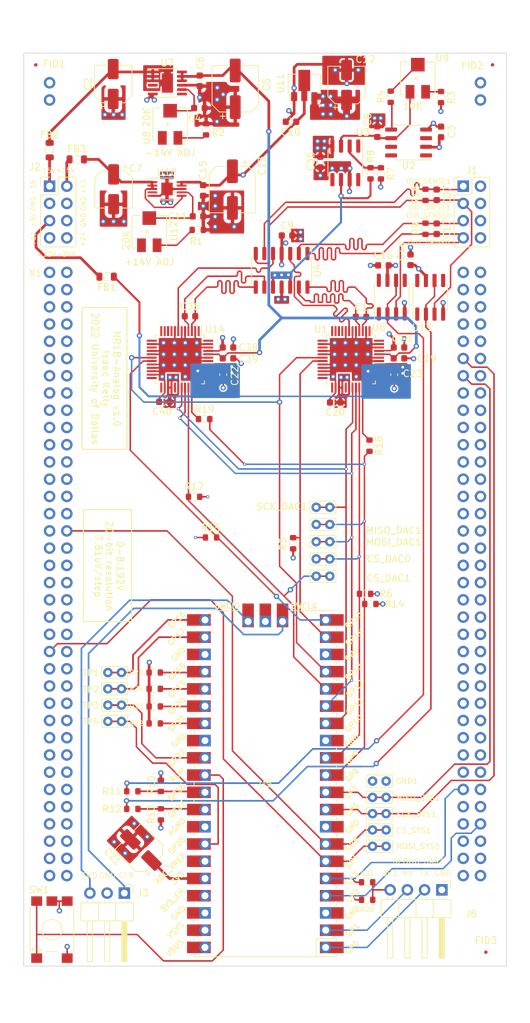
<source format=kicad_pcb>
(kicad_pcb (version 20211014) (generator pcbnew)
  (layers (0 "F.Cu" signal) (1 "In1.Cu" power) (2 "In2.Cu" power) (31 "B.Cu" signal) (34 "B.Paste" user) (35 "F.Paste" user) (36 "B.SilkS" user "B.Silkscreen") (37 "F.SilkS" user "F.Silkscreen") (38 "B.Mask" user) (39 "F.Mask" user) (44 "Edge.Cuts" user))
  (net 0 "")
  (net 1 "Net-(C1-Pad1)")
  (net 2 "Net-(C1-Pad2)")
  (net 3 "+12Vref")
  (net 4 "GND")
  (net 5 "Net-(C4-Pad2)")
  (net 6 "-14Vreg")
  (net 7 "Net-(C8-Pad1)")
  (net 8 "+15Vreg")
  (net 9 "Net-(C11-Pad1)")
  (net 10 "+14Vreg")
  (net 11 "OUT_DRIVE0")
  (net 12 "OUT_SENSE0")
  (net 13 "+3V3")
  (net 14 "Net-(C36-Pad1)")
  (net 15 "Net-(C36-Pad2)")
  (net 16 "OUT_DRIVE1")
  (net 17 "OUT_SENSE1")
  (net 18 "+5V")
  (net 23 "Net-(FB2-Pad2)")
  (net 24 "Net-(FB3-Pad1)")
  (net 25 "Net-(FB1-Pad2)")
  (net 26 "+12V")
  (net 27 "+24V")
  (net 28 "Net-(R1-Pad1)")
  (net 29 "Net-(R2-Pad1)")
  (net 30 "Net-(R3-Pad2)")
  (net 31 "Net-(R4-Pad1)")
  (net 32 "Net-(R4-Pad2)")
  (net 33 "/MCU/ALARM_DAC0")
  (net 34 "/MCU/CS_DAC0")
  (net 35 "Net-(R7-Pad1)")
  (net 36 "REF_OUT")
  (net 37 "/MCU/ALARM_DAC1")
  (net 38 "/MCU/CS_DAC1")
  (net 40 "Net-(U1-Pad7)")
  (net 47 "/MCU/LDAC")
  (net 51 "/MCU/SCK_DAC")
  (net 52 "/MCU/MOSI_DAC")
  (net 53 "/MCU/MISO_DAC")
  (net 61 "/Interconnect/MOSI")
  (net 62 "/Interconnect/NSS")
  (net 63 "/Interconnect/SCK")
  (net 64 "/Interconnect/MISO")
  (net 67 "-15Vreg")
  (net 73 "Net-(R22-Pad1)")
  (net 209 "/MCU/UART_TX")
  (net 210 "/MCU/UART_RX")
  (net 213 "Net-(J3-Pad1)")
  (net 214 "Net-(J3-Pad3)")
  (net 215 "Net-(SW1-Pad1)")
  (net 216 "Net-(TP2-Pad1)")
  (net 217 "Net-(TP3-Pad1)")
  (net 218 "Net-(R11-Pad1)")
  (net 219 "Net-(R12-Pad2)")
  (net 220 "/MCU/DAC0_READ")
  (net 221 "/MCU/DAC1_READ")
  (net 222 "Net-(R18-Pad1)")
  (net 223 "Net-(R19-Pad2)")
  (net 224 "/Interconnect/ACK")
  (net 225 "/Interconnect/ERROR")
  (net 226 "Net-(TP1-Pad1)")
  (net 227 "Net-(TP4-Pad1)")
  (net 228 "Net-(R23-Pad1)")
  (net 229 "Net-(R24-Pad1)")
  (net 230 "Net-(R25-Pad1)")
  (net 231 "Net-(U14-Pad7)")
  (footprint "TestPoint:TestPoint_Bridge_Pitch2.0mm_Drill0.7mm" (layer "F.Cu") (at 61.4 114.7)
    (fp_text reference "TP3")
    (fp_text value "TestPoint")
  )
  (footprint "3224J-1-103E:3224J-1-103E" (layer "F.Cu") (at 70.57 29.11 -90)
    (fp_text reference "U8")
    (fp_text value "20K")
  )
  (footprint "Fiducial:Fiducial_0.5mm_Mask1.5mm" (layer "F.Cu") (at 50.77 20.35)
    (fp_text reference "FID1")
    (fp_text value "Fiducial")
  )
  (footprint "Resistor_SMD:R_0603_1608Metric" (layer "F.Cu") (at 75.87 29.85 90)
    (fp_text reference "R2")
    (fp_text value "130K")
  )
  (footprint "3224J-1-103E:3224J-1-103E" (layer "F.Cu") (at 67.5 44.93 -90)
    (fp_text reference "U12")
    (fp_text value "20K")
  )
  (footprint "Package_QFP:TQFP-48_7x7mm_P0.5mm" (layer "F.Cu") (at 72.02 63.75 -90)
    (fp_text reference "U14")
    (fp_text value "DAC11001BPFBR")
  )
  (footprint "Package_SO:MSOP-10-1EP_3x3mm_P0.5mm_EP1.68x1.88mm" (layer "F.Cu") (at 70.11 38.64)
    (fp_text reference "U10")
    (fp_text value "LT3042MPMSE-PBF")
  )
  (footprint "TestPoint:TestPoint_Bridge_Pitch2.0mm_Drill0.7mm" (layer "F.Cu") (at 92.1 85.54)
    (fp_text reference "SCK_DAC1")
    (fp_text value "TestPoint")
  )
  (footprint "Resistor_SMD:R_0603_1608Metric" (layer "F.Cu") (at 74.1 84 180)
    (fp_text reference "R17")
    (fp_text value "10K")
  )
  (footprint "Resistor_SMD:R_0603_1608Metric" (layer "F.Cu") (at 101.63 36.335 -90)
    (fp_text reference "R7")
    (fp_text value "1K")
  )
  (footprint "Package_SO:SOIC-8_3.9x4.9mm_P1.27mm" (layer "F.Cu") (at 103.235 54.575 90)
    (fp_text reference "U6")
    (fp_text value "OPA189ID")
  )
  (footprint "TestPoint:TestPoint_Bridge_Pitch2.0mm_Drill0.7mm" (layer "F.Cu") (at 61.4 112.3)
    (fp_text reference "TP2")
    (fp_text value "TestPoint")
  )
  (footprint "Inductor_SMD:L_0805_2012Metric" (layer "F.Cu") (at 52.82 32.91 -90)
    (fp_text reference "FB2")
    (fp_text value "FerriteBead")
  )
  (footprint "Capacitor_SMD:C_0603_1608Metric" (layer "F.Cu") (at 103.6 66 -90)
    (fp_text reference "C23")
    (fp_text value "2.2uF")
  )
  (footprint "TestPoint:TestPoint_Bridge_Pitch2.0mm_Drill0.7mm" (layer "F.Cu") (at 100.4 130.7)
    (fp_text reference "SCK_SYS1")
    (fp_text value "TestPoint")
  )
  (footprint "TestPoint:TestPoint_Bridge_Pitch2.0mm_Drill0.7mm" (layer "F.Cu") (at 61.4 117.1)
    (fp_text reference "TP4")
    (fp_text value "TestPoint")
  )
  (footprint "MCU_RaspberryPi_and_Boards:RPi_Pico_SMD_TH" (layer "F.Cu") (at 84.6 126.28 180)
    (fp_text reference "U5")
    (fp_text value "Pico")
  )
  (footprint "Resistor_SMD:R_0603_1608Metric" (layer "F.Cu") (at 65 130 180)
    (fp_text reference "R12")
    (fp_text value "100K")
  )
  (footprint "Resistor_SMD:R_0603_1608Metric" (layer "F.Cu") (at 99.6 140.8)
    (fp_text reference "R21")
    (fp_text value "10K")
  )
  (footprint "Fiducial:Fiducial_0.5mm_Mask1.5mm" (layer "F.Cu") (at 117.1 151.11)
    (fp_text reference "FID3")
    (fp_text value "Fiducial")
  )
  (footprint "Resistor_SMD:R_0603_1608Metric" (layer "F.Cu") (at 108.2 44.5 90)
    (fp_text reference "R9")
    (fp_text value "1M")
  )
  (footprint "Capacitor_SMD:C_0603_1608Metric" (layer "F.Cu") (at 109.85 44.5 90)
    (fp_text reference "C17")
    (fp_text value "0.1uF")
  )
  (footprint "TestPoint:TestPoint_Bridge_Pitch2.0mm_Drill0.7mm" (layer "F.Cu") (at 100.4 128.3)
    (fp_text reference "MISO_SYS1")
    (fp_text value "TestPoint")
  )
  (footprint "3224J-1-103E:3224J-1-103E" (layer "F.Cu") (at 107.0706 22.320715 -90)
    (fp_text reference "U9")
    (fp_text value "10K")
  )
  (footprint "TestPoint:TestPoint_Bridge_Pitch2.0mm_Drill0.7mm" (layer "F.Cu") (at 92.1 88.08)
    (fp_text reference "MISO_DAC1")
    (fp_text value "TestPoint")
  )
  (footprint "TestPoint:TestPoint_Bridge_Pitch2.0mm_Drill0.7mm" (layer "F.Cu") (at 100.4 135.5)
    (fp_text reference "MOSI_SYS1")
    (fp_text value "TestPoint")
  )
  (footprint "Connector_PinHeader_2.54mm:PinHeader_2x04_P2.54mm_Vertical" (layer "F.Cu") (at 113.7666 38.227)
    (fp_text reference "J1")
    (fp_text value "Conn_02x04_Odd_Even")
  )
  (footprint "Connector_PinHeader_2.54mm:PinHeader_1x04_P2.54mm_Horizontal" (layer "F.Cu") (at 110.61 141.925 -90)
    (fp_text reference "J8")
    (fp_text value "UART")
  )
  (footprint "Connector_PinHeader_2.54mm:PinHeader_1x03_P2.54mm_Horizontal" (layer "F.Cu") (at 63.825 142.405 -90)
    (fp_text reference "J3")
    (fp_text value "SWD")
  )
  (footprint "Capacitor_SMD:CP_Elec_5x5.3" (layer "F.Cu") (at 62.24 38.69 -90)
    (fp_text reference "C7")
    (fp_text value "10uF")
  )
  (footprint "Package_SO:SO-8_3.9x4.9mm_P1.27mm" (layer "F.Cu") (at 105.71 31.79 180)
    (fp_text reference "U2")
    (fp_text value "ADR444ARZ")
  )
  (footprint "Resistor_SMD:R_0603_1608Metric" (layer "F.Cu") (at 100.075 99.8 180)
    (fp_text reference "R14")
    (fp_text value "10K")
  )
  (footprint "Inductor_SMD:L_0805_2012Metric" (layer "F.Cu") (at 61.214 51.562 180)
    (fp_text reference "FB1")
    (fp_text value "FerriteBead")
  )
  (footprint "Package_SO:SOIC-8_3.9x4.9mm_P1.27mm" (layer "F.Cu") (at 96.39 34.79 -90)
    (fp_text reference "U3")
    (fp_text value "OPA189IDGKT")
  )
  (footprint "Resistor_SMD:R_0603_1608Metric" (layer "F.Cu") (at 99.95 76.47 -90)
    (fp_text reference "R18")
    (fp_text value "47")
  )
  (footprint "Capacitor_SMD:C_0603_1608Metric" (layer "F.Cu") (at 79.1 62 180)
    (fp_text reference "C38")
    (fp_text value "0.1uF")
  )
  (footprint "Capacitor_SMD:CP_Elec_5x5.3" (layer "F.Cu") (at 62.18 23.17 90)
    (fp_text reference "C2")
    (fp_text value "10uF")
  )
  (footprint "Resistor_SMD:R_0603_1608Metric" (layer "F.Cu") (at 99.6 143.4 180)
    (fp_text reference "R20")
    (fp_text value "10K")
  )
  (footprint "Resistor_SMD:R_0603_1608Metric" (layer "F.Cu") (at 68.3 117.4 180)
    (fp_text reference "R22")
    (fp_text value "10K")
  )
  (footprint "Inductor_SMD:L_0805_2012Metric" (layer "F.Cu") (at 56.81 34.28)
    (fp_text reference "FB3")
    (fp_text value "FerriteBead")
  )
  (footprint "NISoC-Socket:ST_Morpho_Connector_144_STLink_MountingHoles" (layer "F.Cu") (at 52.8066 50.927)
    (fp_text reference "X1")
    (fp_text value "NUCLEO144-ZIO")
  )
  (footprint "Resistor_SMD:R_0603_1608Metric" (layer "F.Cu") (at 110.49 25.1 90)
    (fp_text reference "R3")
    (fp_text value "1K")
  )
  (footprint "Capacitor_SMD:C_0603_1608Metric" (layer "F.Cu") (at 75.438 38.862 -90)
    (fp_text reference "C15")
    (fp_text value "0.1uF")
  )
  (footprint "Capacitor_SMD:C_0603_1608Metric" (layer "F.Cu") (at 94.9 70.1 180)
    (fp_text reference "C20")
    (fp_text value "0.1uF")
  )
  (footprint "Resistor_SMD:R_0603_1608Metric" (layer "F.Cu") (at 99.3 98.3 180)
    (fp_text reference "R6")
    (fp_text value "10K")
  )
  (footprint "Capacitor_SMD:C_0603_1608Metric" (layer "F.Cu") (at 73.5 57.4)
    (fp_text reference "C36")
    (fp_text value "0.1uF")
  )
  (footprint "Fiducial:Fiducial_0.5mm_Mask1.5mm" (layer "F.Cu") (at 118.08 20.35)
    (fp_text reference "FID2")
    (fp_text value "Fiducial")
  )
  (footprint "TestPoint:TestPoint_Bridge_Pitch2.0mm_Drill0.7mm" (layer "F.Cu") (at 92.1 95.7)
    (fp_text reference "CS_DAC1")
    (fp_text value "TestPoint")
  )
  (footprint "Resistor_SMD:R_0603_1608Metric" (layer "F.Cu") (at 75.59 72.55 180)
    (fp_text reference "R19")
    (fp_text value "47")
  )
  (footprint "Resistor_SMD:R_0603_1608Metric" (layer "F.Cu") (at 100.1 36.33 -90)
    (fp_text reference "R8")
    (fp_text value "1K")
  )
  (footprint "Capacitor_SMD:C_0603_1608Metric" (layer "F.Cu") (at 101.1 30.2 90)
    (fp_text reference "C8")
    (fp_text value "0.1uF")
  )
  (footprint "Package_SO:SOIC-8_3.9x4.9mm_P1.27mm" (layer "F.Cu") (at 108.9 54.6 90)
    (fp_text reference "U13")
    (fp_text value "OPA189ID")
  )
  (footprint "Capacitor_SMD:C_0603_1608Metric" (layer "F.Cu") (at 79.1 63.6)
    (fp_text reference "C39")
    (fp_text value "0.1uF")
  )
  (footprint "TestPoint:TestPoint_Bridge_Pitch2.0mm_Drill0.7mm" (layer "F.Cu") (at 61.4 109.9)
    (fp_text reference "TP1")
    (fp_text value "TestPoint")
  )
  (footprint "Resistor_SMD:R_0603_1608Metric" (layer "F.Cu") (at 103.08 25.05 90)
    (fp_text reference "R4")
    (fp_text value "100K")
  )
  (footprint "Resistor_SMD:R_0603_1608Metric" (layer "F.Cu") (at 88.7 90.85 -90)
    (fp_text reference "R5")
    (fp_text value "10K")
  )
  (footprint "Resistor_SMD:R_0603_1608Metric" (layer "F.Cu") (at 69.2 126.6 90)
    (fp_text reference "R10")
    (fp_text value "47K")
  )
  (footprint "TestPoint:TestPoint_Bridge_Pitch2.0mm_Drill0.7mm" (layer "F.Cu") (at 92.1 90.62)
    (fp_text reference "MOSI_DAC1")
    (fp_text value "TestPoint")
  )
  (footprint "Capacitor_SMD:CP_Elec_5x5.3" (layer "F.Cu") (at 66.270438 136.046382 135)
    (fp_text reference "C21")
    (fp_text value "47uF")
  )
  (footprint "Capacitor_SMD:CP_Elec_6.3x5.8" (layer "F.Cu") (at 79.75 38.73 -90)
    (fp_text reference "C13")
    (fp_text value "100uF")
  )
  (footprint "Package_SO:SOIC-14_3.9x8.7mm_P1.27mm" (layer "F.Cu") (at 87 50.625 -90)
    (fp_text reference "U4")
    (fp_text value "OPA4182")
  )
  (footprint "Capacitor_SMD:C_0603_1608Metric" (layer "F.Cu") (at 74.88 26.72 180)
    (fp_text reference "C4")
    (fp_text value "0.1uF")
  )
  (footprint "Resistor_SMD:R_0603_1608Metric" (layer "F.Cu") (at 65 127.4)
    (fp_text reference "R11")
    (fp_text value "100K")
  )
  (footprint "TestPoint:TestPoint_Bridge_Pitch2.0mm_Drill0.7mm" (layer "F.Cu") (at 100.4 125.9)
    (fp_text reference "GND1")
    (fp_text value "TestPoint")
  )
  (footprint "Capacitor_SMD:C_0603_1608Metric" (layer "F.Cu") (at 110.49 30.226 90)
    (fp_text reference "C3")
    (fp_text value "0.1uF")
  )
  (footprint "Package_TO_SOT_SMD:SOT-89-3" (layer "F.Cu") (at 90.34 23.3807 90)
    (fp_text reference "U11")
    (fp_text value "LDK320ADU120R")
  )
  (footprint "Capacitor_SMD:C_0603_1608Metric" (layer "F.Cu") (at 88.39 28.73)
    (fp_text reference "C10")
    (fp_text value "1uF")
  )
  (footprint "Package_SO:MSOP-12-1EP_3x4mm_P0.65mm_EP1.65x2.85mm" (layer "F.Cu") (at 70.16 23.02)
    (fp_text reference "U7")
    (fp_text value "LT3093EMSE-PBF")
  )
  (footprint "Resistor_SMD:R_0603_1608Metric" (layer "F.Cu") (at 68.3 109.9 180)
    (fp_text reference "R25")
    (fp_text value "10K")
  )
  (footprint "Capacitor_SMD:C_0603_1608Metric" (layer "F.Cu") (at 87.8 45.5 180)
    (fp_text reference "C9")
    (fp_text value "0.1uF")
  )
  (footprint "Capacitor_SMD:C_0603_1608Metric" (layer "F.Cu") (at 74.93 22.7 -90)
    (fp_text reference "C6")
    (fp_text value "0.1uF")
  )
  (footprint "Capacitor_SMD:C_0603_1608Metric" (layer "F.Cu") (at 92.7 34.675 -90)
    (fp_text reference "C35")
    (fp_text value "0.1uF")
  )
  (footprint "Capacitor_SMD:CP_Elec_5x5.3" (layer "F.Cu") (at 96.5708 23.3172 90)
    (fp_text reference "C12")
    (fp_text value "10uF")
  )
  (footprint "Capacitor_SMD:C_0603_1608Metric" (layer "F.Cu") (at 109.85 39.5 90)
    (fp_text reference "C37")
    (fp_text value "0.1uF")
  )
  (footprint "Capacitor_SMD:C_0603_1608Metric" (layer "F.Cu") (at 104.3 63.6)
    (fp_text reference "C19")
    (fp_text value "0.1uF")
  )
  (footprint "Connector_PinHeader_2.54mm:PinHeader_2x04_P2.54mm_Vertical" (layer "F.Cu") (at 52.8066 38.227)
    (fp_text reference "J2")
    (fp_text value "Conn_02x04_Odd_Even")
  )
  (footprint "Resistor_SMD:R_0603_1608Metric" (layer "F.Cu") (at 68.3 112.3 180)
    (fp_text reference "R24")
    (fp_text value "10K")
  )
  (footprint "Capacitor_SMD:C_0603_1608Metric" (layer "F.Cu") (at 98.7 57.5)
    (fp_text reference "C1")
    (fp_text value "0.1uF")
  )
  (footprint "Capacitor_SMD:C_0603_1608Metric" (layer "F.Cu") (at 102 49.9)
    (fp_text reference "C16")
    (fp_text value "0.1uF")
  )
  (footprint "Capacitor_SMD:C_0603_1608Metric" (layer "F.Cu") (at 78.4 66 -90)
    (fp_text reference "C22")
    (fp_text value "2.2uF")
  )
  (footprint "Capacitor_SMD:C_0603_1608Metric" (layer "F.Cu") (at 106 49.075 -90)
    (fp_text reference "C14")
    (fp_text value "0.1uF")
  )
  (footprint "Resistor_SMD:R_0603_1608Metric" (layer "F.Cu") (at 74.64 44.67)
    (fp_text reference "R1")
    (fp_text value "130K")
  )
  (footprint "Resistor_SMD:R_0603_1608Metric" (layer "F.Cu") (at 69.2 130.8 90)
    (fp_text reference "R13")
    (fp_text value "47K")
  )
  (footprint "Resistor_SMD:R_0603_1608Metric" (layer "F.Cu") (at 68.3 114.9 180)
    (fp_text reference "R23")
    (fp_text value "10K")
  )
  (footprint "TestPoint:TestPoint_Bridge_Pitch2.0mm_Drill0.7mm" (layer "F.Cu") (at 92.1 93.16)
    (fp_text reference "CS_DAC0")
    (fp_text value "TestPoint")
  )
  (footprint "1-1571636-0:1-1571636-0" (layer "F.Cu") (at 53.15 147.7848 90)
    (fp_text reference "SW1")
    (fp_text value "1-1571636-0" hide)
  )
  (footprint "Capacitor_SMD:C_0603_1608Metric" (layer "F.Cu") (at 104.3 62 180)
    (fp_text reference "C18")
    (fp_text value "0.1uF")
  )
  (footprint "Resistor_SMD:R_0603_1608Metric" (layer "F.Cu") (at 108.2 39.5 90)
    (fp_text reference "R16")
    (fp_text value "1M")
  )
  (footprint "Capacitor_SMD:C_0603_1608Metric" (layer "F.Cu") (at 74.676 42.672)
    (fp_text reference "C11")
    (fp_text value "0.1uF")
  )
  (footprint "Capacitor_SMD:CP_Elec_6.3x5.8" (layer "F.Cu") (at 80.16 23.88 90)
    (fp_text reference "C5")
    (fp_text value "100uF")
  )
  (footprint "Package_QFP:TQFP-48_7x7mm_P0.5mm" (layer "F.Cu") (at 97.2 63.75 -90)
    (fp_text reference "U1")
    (fp_text value "DAC11001BPFBR")
  )
  (footprint "TestPoint:TestPoint_Bridge_Pitch2.0mm_Drill0.7mm" (layer "F.Cu") (at 100.4 133.1)
    (fp_text reference "CS_SYS1")
    (fp_text value "TestPoint")
  )
  (footprint "Resistor_SMD:R_0603_1608Metric" (layer "F.Cu") (at 76.6 90)
    (fp_text reference "R15")
    (fp_text value "10K")
  )
  (footprint "Capacitor_SMD:C_0603_1608Metric" (layer "F.Cu") (at 69.725 70 180)
    (fp_text reference "C40")
    (fp_text value "0.1uF")
  )
  (gr_rect (start 64.9 85.9) (end 57.8 102.4) (layer "F.SilkS") (width 0.15) (fill none))
  (gr_rect (start 64.2 56.1) (end 57.6 77) (layer "F.SilkS") (width 0.15) (fill none))
  (gr_rect (start 48.9966 18.6182) (end 120.142 153.162) (layer "Edge.Cuts") (width 0.1) (fill none))
  (gr_text "TX" (at 108.0262 139.4714) (layer "F.SilkS") (effects (font (size 0.8 0.8) (thickness 0.1))))
  (gr_text "+5V" (at 50.3936 43.2562 90) (layer "F.SilkS") (effects (font (size 0.7 0.7) (thickness 0.1))))
  (gr_text "GND" (at 110.744 139.4968) (layer "F.SilkS") (effects (font (size 0.8 0.8) (thickness 0.1))))
  (gr_text "GND" (at 57.785 40.8 90) (layer "F.SilkS") (effects (font (size 0.7 0.7) (thickness 0.1))))
  (gr_text "+12V" (at 52.324 48.26) (layer "F.SilkS") (effects (font (size 0.7 0.7) (thickness 0.1))))
  (gr_text "+24" (at 57.7 46.1 90) (layer "F.SilkS") (effects (font (size 0.7 0.7) (thickness 0.1))))
  (gr_text "+15" (at 57.8 38.3 90) (layer "F.SilkS") (effects (font (size 0.7 0.7) (thickness 0.1))))
  (gr_text "-14V ADJ" (at 70.6 33.3) (layer "F.SilkS") (effects (font (size 1 1))))
  (gr_text "DEBUG UART" (at 107.1 137.7) (layer "F.SilkS") (effects (font (size 0.8 0.8) (thickness 0.1))))
  (gr_text "GND" (at 50.3682 40.7924 90) (layer "F.SilkS") (effects (font (size 0.7 0.7) (thickness 0.1))))
  (gr_text "-15" (at 50.3682 38.4 90) (layer "F.SilkS") (effects (font (size 0.7 0.7) (thickness 0.1))))
  (gr_text "+12" (at 50.4 46 90) (layer "F.SilkS") (effects (font (size 0.7 0.7) (thickness 0.1))))
  (gr_text "SWD" (at 58.6486 139.827) (layer "F.SilkS") (effects (font (size 0.8 0.8) (thickness 0.1))))
  (gr_text "OUT_SENSE1" (at 108.65 37.5) (layer "F.SilkS") (effects (font (size 0.7 0.7) (thickness 0.1))))
  (gr_text "+24V" (at 55.245 48.26) (layer "F.SilkS") (effects (font (size 0.7 0.7) (thickness 0.1))))
  (gr_text "+14V ADJ" (at 67.5 49.4) (layer "F.SilkS") (effects (font (size 1 1))))
  (gr_text "CLK" (at 64.135 139.8016) (layer "F.SilkS") (effects (font (size 0.8 0.8) (thickness 0.1))))
  (gr_text "-15V" (at 52.2732 35.941) (layer "F.SilkS") (effects (font (size 0.7 0.7) (thickness 0.1))))
  (gr_text "OUT_DRIVE0" (at 108.7 46.55) (layer "F.SilkS") (effects (font (size 0.7 0.7) (thickness 0.1))))
  (gr_text "RX" (at 105.5878 139.4714) (layer "F.SilkS") (effects (font (size 0.8 0.8) (thickness 0.1))))
  (gr_text "NR1B-Analog v1.0\nIsaac Kelly\n2022 University of Dallas" (at 61.1 66.6 270) (layer "F.SilkS") (effects (font (size 1 1))))
  (gr_text "0-8.192V\n20-bit resolution\n7.81uV/step\n" (at 61.6 94.2 270) (layer "F.SilkS") (effects (font (size 1 1))))
  (gr_text "OUT_SENSE0" (at 108.65 42.55) (layer "F.SilkS") (effects (font (size 0.7 0.7) (thickness 0.1))))
  (gr_text "+15V" (at 55.1434 35.8902) (layer "F.SilkS") (effects (font (size 0.7 0.7) (thickness 0.1))))
  (gr_text "3V3" (at 102.8954 139.4714) (layer "F.SilkS") (effects (font (size 0.8 0.8) (thickness 0.1))))
  (gr_text "GND" (at 61.341 139.827) (layer "F.SilkS") (effects (font (size 0.8 0.8) (thickness 0.1))))
  (gr_text "GND" (at 57.76 43.22 90) (layer "F.SilkS") (effects (font (size 0.7 0.7) (thickness 0.1))))
  (gr_text "OUT_DRIVE1" (at 108.85 41.4) (layer "F.SilkS") (effects (font (size 0.7 0.7) (thickness 0.1))))
  (segment (start 97.925 58.125) (end 97.925 57.5) (width 0.22) (layer "F.Cu") (net 1))
  (segment (start 94.825 54.412259) (end 94.825 55.1) (width 0.22) (layer "F.Cu") (net 1))
  (segment (start 96.025 54.412259) (end 96.025 54.8) (width 0.22) (layer "F.Cu") (net 1))
  (segment (start 91.81887 55.1) (end 91.825 55.1) (width 0.22) (layer "F.Cu") (net 1))
  (segment (start 95.425 55.1) (end 95.425 54.412259) (width 0.22) (layer "F.Cu") (net 1))
  (segment (start 93.025 55.1) (end 93.025 54.412259) (width 0.22) (layer "F.Cu") (net 1))
  (segment (start 97.925 56.025) (end 97.925 57.5) (width 0.22) (layer "F.Cu") (net 1))
  (segment (start 93.625 55.1) (end 93.625 55.218871) (width 0.22) (layer "F.Cu") (net 1))
  (segment (start 91.81887 55.21887) (end 91.81887 55.1) (width 0.22) (layer "F.Cu") (net 1))
  (segment (start 94.225 55.218871) (end 94.225 55.1) (width 0.22) (layer "F.Cu") (net 1))
  (segment (start 98.45 59.5875) (end 98.45 58.65) (width 0.22) (layer "F.Cu") (net 1))
  (segment (start 92.425 55.1) (end 92.425 55.218871) (width 0.22) (layer "F.Cu") (net 1))
  (segment (start 91.21887 55.21887) (end 91.21887 55.218871) (width 0.22) (layer "F.Cu") (net 1))
  (segment (start 98.45 58.65) (end 97.925 58.125) (width 0.22) (layer "F.Cu") (net 1))
  (segment (start 91.33774 55.337741) (end 91.7 55.337741) (width 0.22) (layer "F.Cu") (net 1))
  (segment (start 96.325 55.1) (end 97 55.1) (width 0.22) (layer "F.Cu") (net 1))
  (segment (start 93.025 55.218871) (end 93.025 55.1) (width 0.22) (layer "F.Cu") (net 1))
  (segment (start 91.81887 55.218871) (end 91.81887 55.21887) (width 0.22) (layer "F.Cu") (net 1))
  (segment (start 93.625 54.412259) (end 93.625 55.1) (width 0.22) (layer "F.Cu") (net 1))
  (segment (start 92.425 54.412259) (end 92.425 55.1) (width 0.22) (layer "F.Cu") (net 1))
  (segment (start 94.225 55.1) (end 94.225 54.412259) (width 0.22) (layer "F.Cu") (net 1))
  (segment (start 95.425 55.268871) (end 95.425 55.1) (width 0.22) (layer "F.Cu") (net 1))
  (segment (start 94.825 55.1) (end 94.825 55.268871) (width 0.22) (layer "F.Cu") (net 1))
  (segment (start 89.54 53.1) (end 89.54 54.14) (width 0.22) (layer "F.Cu") (net 1))
  (segment (start 94.99387 55.437741) (end 95.25613 55.437741) (width 0.22) (layer "F.Cu") (net 1))
  (segment (start 89.54 54.14) (end 90.5 55.1) (width 0.22) (layer "F.Cu") (net 1))
  (segment (start 91.825 55.1) (end 91.825 54.412259) (width 0.22) (layer "F.Cu") (net 1))
  (segment (start 97 55.1) (end 97.925 56.025) (width 0.22) (layer "F.Cu") (net 1))
  (segment (start 92.54387 55.337741) (end 92.90613 55.337741) (width 0.22) (layer "F.Cu") (net 1))
  (segment (start 90.5 55.1) (end 91.1 55.1) (width 0.22) (layer "F.Cu") (net 1))
  (segment (start 93.74387 55.337741) (end 94.10613 55.337741) (width 0.22) (layer "F.Cu") (net 1))
  (arc (start 96.025 54.8) (mid 96.112868 55.012132) (end 96.325 55.1) (width 0.22) (layer "F.Cu") (net 1))
  (arc (start 93.625 55.218871) (mid 93.659816 55.302925) (end 93.74387 55.337741) (width 0.22) (layer "F.Cu") (net 1))
  (arc (start 91.7 55.337741) (mid 91.784054 55.302925) (end 91.81887 55.218871) (width 0.22) (layer "F.Cu") (net 1))
  (arc (start 91.1 55.1) (mid 91.184054 55.134816) (end 91.21887 55.21887) (width 0.22) (layer "F.Cu") (net 1))
  (arc (start 92.425 55.218871) (mid 92.459816 55.302925) (end 92.54387 55.337741) (width 0.22) (layer "F.Cu") (net 1))
  (arc (start 92.90613 55.337741) (mid 92.990184 55.302925) (end 93.025 55.218871) (width 0.22) (layer "F.Cu") (net 1))
  (arc (start 95.25613 55.437741) (mid 95.375539 55.38828) (end 95.425 55.268871) (width 0.22) (layer "F.Cu") (net 1))
  (arc (start 91.825 54.412259) (mid 91.912868 54.200127) (end 92.125 54.112259) (width 0.22) (layer "F.Cu") (net 1))
  (arc (start 94.525 54.112259) (mid 94.737132 54.200127) (end 94.825 54.412259) (width 0.22) (layer "F.Cu") (net 1))
  (arc (start 95.425 54.412259) (mid 95.512868 54.200127) (end 95.725 54.112259) (width 0.22) (layer "F.Cu") (net 1))
  (arc (start 94.825 55.268871) (mid 94.874461 55.38828) (end 94.99387 55.437741) (width 0.22) (layer "F.Cu") (net 1))
  (arc (start 92.125 54.112259) (mid 92.337132 54.200127) (end 92.425 54.412259) (width 0.22) (layer "F.Cu") (net 1))
  (arc (start 91.21887 55.218871) (mid 91.253686 55.302925) (end 91.33774 55.337741) (width 0.22) (layer "F.Cu") (net 1))
  (arc (start 94.10613 55.337741) (mid 94.190184 55.302925) (end 94.225 55.218871) (width 0.22) (layer "F.Cu") (net 1))
  (arc (start 93.025 54.412259) (mid 93.112868 54.200127) (end 93.325 54.112259) (width 0.22) (layer "F.Cu") (net 1))
  (arc (start 94.225 54.412259) (mid 94.312868 54.200127) (end 94.525 54.112259) (width 0.22) (layer "F.Cu") (net 1))
  (arc (start 95.725 54.112259) (mid 95.937132 54.200127) (end 96.025 54.412259) (width 0.22) (layer "F.Cu") (net 1))
  (arc (start 93.325 54.112259) (mid 93.537132 54.200127) (end 93.625 54.412259) (width 0.22) (layer "F.Cu") (net 1))
  (segment (start 96.1 53.4) (end 96.1 52.442361) (width 0.22) (layer "F.Cu") (net 2))
  (segment (start 94.3 52.442361) (end 94.3 53.1) (width 0.22) (layer "F.Cu") (net 2))
  (segment (start 97.8 53.1) (end 97 53.1) (width 0.22) (layer "F.Cu") (net 2))
  (segment (start 91.72375 53.1) (end 90.81 53.1) (width 0.22) (layer "F.Cu") (net 2))
  (segment (start 96.7 53.4) (end 96.7 53.557639) (width 0.22) (layer "F.Cu") (net 2))
  (segment (start 99.475 55.225) (end 99.475 54.775) (width 0.22) (layer "F.Cu") (net 2))
  (segment (start 94.9 53.1) (end 94.9 52.442361) (width 0.22) (layer "F.Cu") (net 2))
  (segment (start 99.475 58.125) (end 99.475 57.5) (width 0.22) (layer "F.Cu") (net 2))
  (segment (start 93.7 53.457639) (end 93.7 53.4) (width 0.22) (layer "F.Cu") (net 2))
  (segment (start 93.4 53.1) (end 91.72375 53.1) (width 0.22) (layer "F.Cu") (net 2))
  (segment (start 94.9 53.457639) (end 94.9 53.1) (width 0.22) (layer "F.Cu") (net 2))
  (segment (start 99.475 55.275) (end 99.475 55.225) (width 0.22) (layer "F.Cu") (net 2))
  (segment (start 98.95 59.5875) (end 98.95 58.65) (width 0.22) (layer "F.Cu") (net 2))
  (segment (start 99.775 56.175) (end 100.175 56.175) (width 0.22) (layer "F.Cu") (net 2))
  (segment (start 96.1 53.557639) (end 96.1 53.4) (width 0.22) (layer "F.Cu") (net 2))
  (segment (start 95.5 53.1) (end 95.5 53.457639) (width 0.22) (layer "F.Cu") (net 2))
  (segment (start 100.175 55.575) (end 99.775 55.575) (width 0.22) (layer "F.Cu") (net 2))
  (segment (start 99.475 57.5) (end 99.475 56.475) (width 0.22) (layer "F.Cu") (net 2))
  (segment (start 94.3 53.1) (end 94.3 53.457639) (width 0.22) (layer "F.Cu") (net 2))
  (segment (start 95.5 52.442361) (end 95.5 53.1) (width 0.22) (layer "F.Cu") (net 2))
  (segment (start 99.475 54.775) (end 97.8 53.1) (width 0.22) (layer "F.Cu") (net 2))
  (segment (start 98.95 58.65) (end 99.475 58.125) (width 0.22) (layer "F.Cu") (net 2))
  (arc (start 96.7 53.557639) (mid 96.612132 53.769771) (end 96.4 53.857639) (width 0.22) (layer "F.Cu") (net 2))
  (arc (start 96.4 53.857639) (mid 96.187868 53.769771) (end 96.1 53.557639) (width 0.22) (layer "F.Cu") (net 2))
  (arc (start 95.8 52.142361) (mid 95.587868 52.230229) (end 95.5 52.442361) (width 0.22) (layer "F.Cu") (net 2))
  (arc (start 93.7 53.4) (mid 93.612132 53.187868) (end 93.4 53.1) (width 0.22) (layer "F.Cu") (net 2))
  (arc (start 95.5 53.457639) (mid 95.412132 53.669771) (end 95.2 53.757639) (width 0.22) (layer "F.Cu") (net 2))
  (arc (start 100.475 55.875) (mid 100.387132 55.662868) (end 100.175 55.575) (width 0.22) (layer "F.Cu") (net 2))
  (arc (start 94.6 52.142361) (mid 94.387868 52.230229) (end 94.3 52.442361) (width 0.22) (layer "F.Cu") (net 2))
  (arc (start 94.3 53.457639) (mid 94.212132 53.669771) (end 94 53.757639) (width 0.22) (layer "F.Cu") (net 2))
  (arc (start 100.175 56.175) (mid 100.387132 56.087132) (end 100.475 55.875) (width 0.22) (layer "F.Cu") (net 2))
  (arc (start 97 53.1) (mid 96.787868 53.187868) (end 96.7 53.4) (width 0.22) (layer "F.Cu") (net 2))
  (arc (start 96.1 52.442361) (mid 96.012132 52.230229) (end 95.8 52.142361) (width 0.22) (layer "F.Cu") (net 2))
  (arc (start 94 53.757639) (mid 93.787868 53.669771) (end 93.7 53.457639) (width 0.22) (layer "F.Cu") (net 2))
  (arc (start 99.775 55.575) (mid 99.562868 55.487132) (end 99.475 55.275) (width 0.22) (layer "F.Cu") (net 2))
  (arc (start 95.2 53.757639) (mid 94.987868 53.669771) (end 94.9 53.457639) (width 0.22) (layer "F.Cu") (net 2))
  (arc (start 94.9 52.442361) (mid 94.812132 52.230229) (end 94.6 52.142361) (width 0.22) (layer "F.Cu") (net 2))
  (arc (start 99.475 56.475) (mid 99.562868 56.262868) (end 99.775 56.175) (width 0.22) (layer "F.Cu") (net 2))
  (segment (start 102.775 49.9) (end 102.6 50.075) (width 0.4) (layer "F.Cu") (net 3))
  (segment (start 102.775 49.9) (end 103.7905 49.9) (width 0.4) (layer "F.Cu") (net 3))
  (segment (start 108.265 52.125) (end 108.265 51.465) (width 0.4) (layer "F.Cu") (net 3))
  (segment (start 108.265 51.465) (end 107.2 50.4) (width 0.4) (layer "F.Cu") (net 3))
  (segment (start 87.025 46.625) (end 87.025 48.125) (width 0.4) (layer "F.Cu") (net 3))
  (segment (start 102.6 50.075) (end 102.6 52.1) (width 0.4) (layer "F.Cu") (net 3))
  (segment (start 87.05 46.6) (end 87.025 46.625) (width 0.4) (layer "F.Cu") (net 3))
  (segment (start 110.236 32.512) (end 110.236 31.255) (width 0.4) (layer "F.Cu") (net 3))
  (segment (start 106 49.85) (end 106.65 49.85) (width 0.4) (layer "F.Cu") (net 3))
  (segment (start 87.025 45.5) (end 87.025 46.625) (width 0.4) (layer "F.Cu") (net 3))
  (segment (start 110.236 31.255) (end 110.49 31.001) (width 0.4) (layer "F.Cu") (net 3))
  (segment (start 87.025 48.125) (end 87 48.15) (width 0.4) (layer "F.Cu") (net 3))
  (segment (start 106.65 49.85) (end 107.2 50.4) (width 0.4) (layer "F.Cu") (net 3))
  (segment (start 91.835 25.373) (end 91.835 27.319) (width 0.4) (layer "F.Cu") (net 3))
  (segment (start 108.1738 32.425) (end 110.236 32.512) (width 0.4) (layer "F.Cu") (net 3))
  (segment (start 87.6 46.6) (end 87.05 46.6) (width 0.4) (layer "F.Cu") (net 3))
  (segment (start 87 49.8) (end 87 48.15) (width 0.4) (layer "F.Cu") (net 3))
  (segment (start 97.025 38.975) (end 97 39) (width 0.3) (layer "F.Cu") (net 3))
  (segment (start 91.835 27.319) (end 92.202 27.686) (width 0.4) (layer "F.Cu") (net 3))
  (segment (start 97.025 37.265) (end 97.025 38.975) (width 0.3) (layer "F.Cu") (net 3))
  (via (at 96.6 27.9) (size 0.8) (drill 0.4) (layers "F.Cu" "B.Cu") (net 3))
  (via (at 93.1 27.6) (size 0.8) (drill 0.4) (layers "F.Cu" "B.Cu") (net 3))
  (via (at 93.1 25) (size 0.8) (drill 0.4) (layers "F.Cu" "B.Cu") (net 3))
  (via (at 94.234 27.6) (size 0.8) (drill 0.4) (layers "F.Cu" "B.Cu") (net 3))
  (via (at 110.236 32.512) (size 0.8) (drill 0.4) (layers "F.Cu" "B.Cu") (net 3))
  (via (at 87.6 46.6) (size 0.8) (drill 0.4) (layers "F.Cu" "B.Cu") (net 3))
  (via (at 93.1 26.3) (size 0.8) (drill 0.4) (layers "F.Cu" "B.Cu") (net 3))
  (via (at 94.2 25) (size 0.8) (drill 0.4) (layers "F.Cu" "B.Cu") (net 3))
  (via (at 94.234 26.3) (size 0.8) (drill 0.4) (layers "F.Cu" "B.Cu") (net 3))
  (via (at 87 49.8) (size 0.8) (drill 0.4) (layers "F.Cu" "B.Cu") (net 3))
  (via (at 97 39) (size 0.8) (drill 0.4) (layers "F.Cu" "B.Cu") (net 3))
  (via (at 107.2 50.4) (size 0.8) (drill 0.4) (layers "F.Cu" "B.Cu") (net 3))
  (via (at 95.8 35.6) (size 0.8) (drill 0.4) (layers "F.Cu" "B.Cu") (net 3))
  (via (at 103.7905 49.9) (size 0.8) (drill 0.4) (layers "F.Cu" "B.Cu") (net 3))
  (via (at 97.05 35.6) (size 0.8) (drill 0.4) (layers "F.Cu" "B.Cu") (net 3))
  (via (at 94.45 35.6) (size 0.8) (drill 0.4) (layers "F.Cu" "B.Cu") (net 3))
  (via (at 92.7 36.65) (size 0.8) (drill 0.4) (layers "F.Cu" "B.Cu") (net 3))
  (segment (start 78.4 66.775) (end 77.875 66.775) (width 0.22) (layer "F.Cu") (net 4))
  (segment (start 93.0375 61.5) (end 94.3 61.5) (width 0.22) (layer "F.Cu") (net 4))
  (segment (start 100.580528 65) (end 100.230528 64.65) (width 0.22) (layer "F.Cu") (net 4))
  (segment (start 74.27 67.9125) (end 74.27 66.52) (width 0.22) (layer "F.Cu") (net 4))
  (segment (start 109.8674 29.451) (end 109.3724 28.956) (width 0.3) (layer "F.Cu") (net 4))
  (segment (start 71.27 59.5875) (end 71.27 60.77) (width 0.22) (layer "F.Cu") (net 4))
  (segment (start 67.8575 61.5) (end 69.05 61.5) (width 0.22) (layer "F.Cu") (net 4))
  (segment (start 71.27 60.77) (end 71.3 60.8) (width 0.22) (layer "F.Cu") (net 4))
  (segment (start 103.6 66.775) (end 103.6 68.05) (width 0.22) (layer "F.Cu") (net 4))
  (segment (start 87 53.1) (end 87 54.7) (width 0.4) (layer "F.Cu") (net 4))
  (segment (start 88.845 20.7306) (end 88.845 23.755) (width 0.4) (layer "F.Cu") (net 4))
  (segment (start 101.63 37.16) (end 101.63 38.324) (width 0.22) (layer "F.Cu") (net 4))
  (segment (start 67.8575 62.5) (end 69.1 62.5) (width 0.22) (layer "F.Cu") (net 4))
  (segment (start 96.45 59.5875) (end 96.45 60.7) (width 0.22) (layer "F.Cu") (net 4))
  (segment (start 69.1 65.5) (end 69.15 65.55) (width 0.22) (layer "F.Cu") (net 4))
  (segment (start 69.2 131.625) (end 69.2 132.8) (width 0.4) (layer "F.Cu") (net 4))
  (segment (start 79.875 63.6) (end 80.3 63.6) (width 0.22) (layer "F.Cu") (net 4))
  (segment (start 68.95 69.514472) (end 69.77 68.694472) (width 0.22) (layer "F.Cu") (net 4))
  (segment (start 94.95 67.9125) (end 94.95 66.9) (width 0.22) (layer "F.Cu") (net 4))
  (segment (start 88.845 27.5) (end 88.46 27.5) (width 0.4) (layer "F.Cu") (net 4))
  (segment (start 105.075 60.725) (end 105.05 60.7) (width 0.3) (layer "F.Cu") (net 4))
  (segment (start 99.45 59.5875) (end 99.45 60.7) (width 0.22) (layer "F.Cu") (net 4))
  (segment (start 69.05 64.5) (end 69.15 64.6) (width 0.22) (layer "F.Cu") (net 4))
  (segment (start 74.27 66.52) (end 74.25 66.5) (width 0.22) (layer "F.Cu") (net 4))
  (segment (start 76.1825 64) (end 75.4 64) (width 0.22) (layer "F.Cu") (net 4))
  (segment (start 55.3979 151.9885) (end 55.3979 150.2837) (width 0.22) (layer "F.Cu") (net 4))
  (segment (start 93.0375 62.5) (end 94.65 62.5) (width 0.22) (layer "F.Cu") (net 4))
  (segment (start 96.5708 21.1172) (end 95.7228 20.2692) (width 0.4) (layer "F.Cu") (net 4))
  (segment (start 54.2325 144.9781) (end 54.2544 145) (width 0.22) (layer "F.Cu") (net 4))
  (segment (start 89.3064 20.2692) (end 88.845 20.7306) (width 0.4) (layer "F.Cu") (net 4))
  (segment (start 54.2325 143.5811) (end 53.15 143.5811) (width 0.22) (layer "F.Cu") (net 4))
  (segment (start 76.1825 62) (end 75.05 62) (width 0.22) (layer "F.Cu") (net 4))
  (segment (start 67.896652 39.656) (end 69.094 39.656) (width 0.3) (layer "F.Cu") (net 4))
  (segment (start 67.475 117.4) (end 67.475 114.9) (width 0.4) (layer "F.Cu") (net 4))
  (segment (start 101.225 49.9) (end 100.1 49.9) (width 0.4) (layer "F.Cu") (net 4))
  (segment (start 80.3 63.6) (end 81.05 64.35) (width 0.22) (layer "F.Cu") (net 4))
  (segment (start 67.475 109.9) (end 67.475 108.425) (width 0.4) (layer "F.Cu") (net 4))
  (segment (start 70.1203 38.6503) (end 70.11 38.64) (width 0.3) (layer "F.Cu") (net 4))
  (segment (start 94.125 69.519472) (end 94.95 68.694472) (width 0.22) (layer "F.Cu") (net 4))
  (segment (start 67.8575 65.5) (end 69.1 65.5) (width 0.22) (layer "F.Cu") (net 4))
  (segment (start 106.4 63.6) (end 106.45 63.65) (width 0.3) (layer "F.Cu") (net 4))
  (segment (start 55.3979 150.2837) (end 55.3974 150.2832) (width 0.22) (layer "F.Cu") (net 4))
  (segment (start 110.49 27.178) (end 110.4646 27.2034) (width 0.3) (layer "F.Cu") (net 4))
  (segment (start 67.972699 24.644998) (end 67.972699 25.249899) (width 0.4) (layer "F.Cu") (net 4))
  (segment (start 74.800001 23.345001) (end 74.93 23.475) (width 0.4) (layer "F.Cu") (net 4))
  (segment (start 101.3625 64) (end 100.2 64) (width 0.22) (layer "F.Cu") (net 4))
  (segment (start 67.972699 24.686501) (end 67.1322 25.527) (width 0.4) (layer "F.Cu") (net 4))
  (segment (start 105.14 57.05) (end 105.14 55.44) (width 0.4) (layer "F.Cu") (net 4))
  (segment (start 67.475 108.425) (end 67.5 108.4) (width 0.4) (layer "F.Cu") (net 4))
  (segment (start 102.15 66) (end 101.3625 66) (width 0.22) (layer "F.Cu") (net 4))
  (segment (start 94.95 66.9) (end 94.8 66.75) (width 0.22) (layer "F.Cu") (net 4))
  (segment (start 75.400528 65) (end 74.95 64.549472) (width 0.22) (layer "F.Cu") (net 4))
  (segment (start 76.1825 65) (end 75.400528 65) (width 0.22) (layer "F.Cu") (net 4))
  (segment (start 94.0054 20.2692) (end 89.3064 20.2692) (width 0.4) (layer "F.Cu") (net 4))
  (segment (start 69 66) (end 69.05 66.05) (width 0.22) (layer "F.Cu") (net 4))
  (segment (start 93.0375 64.5) (end 94.2 64.5) (width 0.22) (layer "F.Cu") (net 4))
  (segment (start 67.8575 64.5) (end 69.05 64.5) (width 0.22) (layer "F.Cu") (net 4))
  (segment (start 67.8575 65) (end 69.1 65) (width 0.22) (layer "F.Cu") (net 4))
  (segment (start 74.27 60.73) (end 74.25 60.75) (width 0.22) (layer "F.Cu") (net 4))
  (segment (start 75.4 64) (end 74.85 64) (width 0.22) (layer "F.Cu") (net 4))
  (segment (start 69.1 65) (end 69.2 65.1) (width 0.22) (layer "F.Cu") (net 4))
  (segment (start 110.49 29.451) (end 109.8674 29.451) (width 0.3) (layer "F.Cu") (net 4))
  (segment (start 79.875 60.775) (end 79.9 60.75) (width 0.22) (layer "F.Cu") (net 4))
  (segment (start 70.11 38.64) (end 72.26 38.64) (width 0.3) (layer "F.Cu") (net 4))
  (segment (start 105.075 63.6) (end 106.4 63.6) (width 0.3) (layer "F.Cu") (net 4))
  (segment (start 101.3625 66) (end 100.4 66) (width 0.22) (layer "F.Cu") (net 4))
  (segment (start 101.3625 65) (end 100.580528 65) (width 0.22) (layer "F.Cu") (net 4))
  (segment (start 69.77 68.694472) (end 69.77 67.9125) (width 0.22) (layer "F.Cu") (net 4))
  (segment (start 67.8575 66) (end 69 66) (width 0.22) (layer "F.Cu") (net 4))
  (segment (start 78.4 66.775) (end 78.4 67.95) (width 0.22) (layer "F.Cu") (net 4))
  (segment (start 101.63 38.324) (end 101.6 38.354) (width 0.22) (layer "F.Cu") (net 4))
  (segment (start 76.1825 66) (end 75.25 66) (width 0.22) (layer "F.Cu") (net 4))
  (segment (start 67.8575 63) (end 69.05 63) (width 0.22) (layer "F.Cu") (net 4))
  (segment (start 88.845 23.755) (end 88.845 25.373) (width 0.4) (layer "F.Cu") (net 4))
  (segment (start 88.46 27.5) (end 88.0618 27.1018) (width 0.4) (layer "F.Cu") (net 4))
  (segment (start 101.3625 63.5) (end 100.2 63.5) (width 0.22) (layer "F.Cu") (net 4))
  (segment (start 94.95 68.694472) (end 94.95 67.9125) (width 0.22) (layer "F.Cu") (net 4))
  (segment (start 74.27 59.5875) (end 74.27 60.73) (width 0.22) (layer "F.Cu") (net 4))
  (segment (start 67.972699 24.644998) (end 67.972699 24.686501) (width 0.4) (layer "F.Cu") (net 4))
  (segment (start 69.2 125.775) (end 69.2 124.7) (width 0.4) (layer "F.Cu") (net 4))
  (segment (start 108.4434 29.885) (end 109.3724 28.956) (width 0.3) (layer "F.Cu") (net 4))
  (segment (start 93.0375 65.5) (end 94.25 65.5) (width 0.22) (layer "F.Cu") (net 4))
  (segment (start 99.45 67.9125) (end 99.45 66.6) (width 0.22) (layer "F.Cu") (net 4))
  (segment (start 94.65 62.5) (end 94.7 62.45) (width 0.22) (layer "F.Cu") (net 4))
  (segment (start 88.845 27.5) (end 87.615 28.73) (width 0.4) (layer "F.Cu") (net 4))
  (segment (start 105.075 62) (end 105.075 60.725) (width 0.3) (layer "F.Cu") (net 4))
  (segment (start 94.125 70.1) (end 94.125 69.519472) (width 0.22) (layer "F.Cu") (net 4))
  (segment (start 101.3625 62) (end 100.2 62) (width 0.22) (layer "F.Cu") (net 4))
  (segment (start 95.7228 20.2692) (end 94.0054 20.2692) (width 0.4) (layer "F.Cu") (net 4))
  (segment (start 69.094 39.656) (end 70.11 38.64) (width 0.3) (layer "F.Cu") (net 4))
  (segment (start 108.1738 29.885) (end 108.4434 29.885) (width 0.3) (layer "F.Cu") (net 4))
  (segment (start 54.2325 143.5811) (end 54.2325 144.9781) (width 0.22) (layer "F.Cu") (net 4))
  (segment (start 93.0375 66) (end 94.25 66) (width 0.22) (layer "F.Cu") (net 4))
  (segment (start 101.3625 61.5) (end 100.25 61.5) (width 0.22) (layer "F.Cu") (net 4))
  (segment (start 55.3979 143.5811) (end 54.2325 143.5811) (width 0.22) (layer "F.Cu") (net 4))
  (segment (start 110.805 55.405) (end 110.8 55.4) (width 0.4) (layer "F.Cu") (net 4))
  (segment (start 72.77 60.77) (end 72.85 60.85) (width 0.22) (layer "F.Cu") (net 4))
  (segment (start 93.0375 65) (end 94.25 65) (width 0.22) (layer "F.Cu") (net 4))
  (segment (start 77.875 66.775) (end 77.1 66) (width 0.22) (layer "F.Cu") (net 4))
  (segment (start 68.95 70) (end 68.95 69.514472) (width 0.22) (layer "F.Cu") (net 4))
  (segment (start 72.77 59.5875) (end 72.77 60.77) (width 0.22) (layer "F.Cu") (net 4))
  (segment (start 110.805 57.075) (end 110.805 55.405) (width 0.4) (layer "F.Cu") (net 4))
  (segment (start 103.6 66.775) (end 102.925 66.775) (width 0.22) (layer "F.Cu") (net 4))
  (segment (start 67.972699 25.249899) (end 68.2498 25.527) (width 0.4) (layer "F.Cu") (net 4))
  (segment (start 93.0375 63) (end 94.25 63) (width 0.22) (layer "F.Cu") (net 4))
  (segment (start 76.1825 61.5) (end 75 61.5) (width 0.22) (layer "F.Cu") (net 4))
  (segment (start 75.25 66) (end 74.85 66.4) (width 0.22) (layer "F.Cu") (net 4))
  (segment (start 72.27 59.5875) (end 72.27 60.93) (width 0.22) (layer "F.Cu") (net 4))
  (segment (start 102.925 66.775) (end 102.15 66) (width 0.22) (layer "F.Cu") (net 4))
  (segment (start 97.45 59.5875) (end 97.45 60.8) (width 0.22) (layer "F.Cu") (net 4))
  (segment (start 67.475 114.9) (end 67.475 112.3) (width 0.4) (layer "F.Cu") (net 4))
  (segment (start 79.875 62) (end 79.875 60.775) (width 0.22) (layer "F.Cu") (net 4))
  (segment (start 67.475 112.3) (end 67.475 109.9) (width 0.4) (layer "F.Cu") (net 4))
  (segment (start 88.845 25.373) (end 88.845 27.5) (width 0.4) (layer "F.Cu") (net 4))
  (segment (start 106 48.3) (end 106 47.242815) (width 0.4) (layer "F.Cu") (net 4))
  (segment (start 97.95 59.5875) (end 97.95 60.75) (width 0.22) (layer "F.Cu") (net 4))
  (segment (start 105.14 55.44) (end 105.1 55.4) (width 0.4) (layer "F.Cu") (net 4))
  (segment (start 110.49 25.925) (end 110.49 27.178) (width 0.3) (layer "F.Cu") (net 4))
  (segment (start 69.77 67.9125) (end 69.77 66.87) (width 0.22) (layer "F.Cu") (net 4))
  (segment (start 72.347301 23.345001) (end 74.800001 23.345001) (width 0.4) (layer "F.Cu") (net 4))
  (segment (start 100.4 66) (end 100.05 66.35) (width 0.22) (layer "F.Cu") (net 4))
  (segment (start 76.1825 63.5) (end 75 63.5) (width 0.22) (layer "F.Cu") (net 4))
  (segment (start 77.1 66) (end 76.1825 66) (width 0.22) (layer "F.Cu") (net 4))
  (via (at 72.8 61.3) (size 0.8) (drill 0.4) (layers "F.Cu" "B.Cu") (net 4))
  (via (at 69.596 36.576) (size 0.8) (drill 0.4) (layers "F.Cu" "B.Cu") (net 4))
  (via (at 71.2 64.6) (size 0.8) (drill 0.4) (layers "F.Cu" "B.Cu") (net 4))
  (via (at 105.05 60.7) (size 0.8) (drill 0.4) (layers "F.Cu" "B.Cu") (net 4))
  (via (at 78.39 24.7) (size 0.8) (drill 0.4) (layers "F.Cu" "B.Cu") (net 4))
  (via (at 79.9 60.75) (size 0.8) (drill 0.4) (layers "F.Cu" "B.Cu") (net 4))
  (via (at 96.4 63) (size 0.8) (drill 0.4) (layers "F.Cu" "B.Cu") (net 4))
  (via (at 69.2 132.8) (size 0.8) (drill 0.4) (layers "F.Cu" "B.Cu") (net 4))
  (via (at 89.8 46) (size 0.8) (drill 0.4) (layers "F.Cu" "B.Cu") (net 4))
  (via (at 69.6 61.3) (size 0.8) (drill 0.4) (layers "F.Cu" "B.Cu") (net 4))
  (via (at 60.706 43.434) (size 0.8) (drill 0.4) (layers "F.Cu" "B.Cu") (net 4))
  (via (at 110.8 55.4) (size 0.8) (drill 0.4) (layers "F.Cu" "B.Cu") (net 4))
  (via (at 98 64.6) (size 0.8) (drill 0.4) (layers "F.Cu" "B.Cu") (net 4))
  (via (at 62.23 27.686) (size 0.8) (drill 0.4) (layers "F.Cu" "B.Cu") (net 4))
  (via (at 92.3 31.6) (size 0.8) (drill 0.4) (layers "F.Cu" "B.Cu") (net 4))
  (via (at 88.845 23.755) (size 0.8) (drill 0.4) (layers "F.Cu" "B.Cu") (net 4))
  (via (at 96.4 64.6) (size 0.8) (drill 0.4) (layers "F.Cu" "B.Cu") (net 4))
  (via (at 68.2498 25.527) (size 0.8) (drill 0.4) (layers "F.Cu" "B.Cu") (net 4))
  (via (at 89.8 45) (size 0.8) (drill 0.4) (layers "F.Cu" "B.Cu") (net 4))
  (via (at 77.2 44.196) (size 0.8) (drill 0.4) (layers "F.Cu" "B.Cu") (net 4))
  (via (at 98.3 21.1) (size 0.8) (drill 0.4) (layers "F.Cu" "B.Cu") (net 4))
  (via (at 106.45 63.65) (size 0.8) (drill 0.4) (layers "F.Cu" "B.Cu") (net 4))
  (via (at 77.5 25.47) (size 0.8) (drill 0.4) (layers "F.Cu" "B.Cu") (net 4))
  (via (at 99.7 63) (size 0.8) (drill 0.4) (layers "F.Cu" "B.Cu") (net 4))
  (via (at 101.6 28.2) (size 0.8) (drill 0.4) (layers "F.Cu" "B.Cu") (net 4))
  (via (at 98 66.3) (size 0.8) (drill 0.4) (layers "F.Cu" "B.Cu") (net 4))
  (via (at 72.8 66.3) (size 0.8) (drill 0.4) (layers "F.Cu" "B.Cu") (net 4))
  (via (at 101.6 38.354) (size 0.8) (drill 0.4) (layers "F.Cu" "B.Cu") (net 4))
  (via (at 98 63) (size 0.8) (drill 0.4) (layers "F.Cu" "B.Cu") (net 4))
  (via (at 78.4 67.95) (size 0.8) (drill 0.4) (layers "F.Cu" "B.Cu") (net 4))
  (via (at 69.6 64.6) (size 0.8) (drill 0.4) (layers "F.Cu" "B.Cu") (net 4))
  (via (at 63.5 27.686) (size 0.8) (drill 0.4) (layers "F.Cu" "B.Cu") (net 4))
  (via (at 72.8 64.6) (size 0.8) (drill 0.4) (layers "F.Cu" "B.Cu") (net 4))
  (via (at 69.2 124.7) (size 0.8) (drill 0.4) (layers "F.Cu" "B.Cu") (net 4))
  (via (at 77.52 23.71) (size 0.8) (drill 0.4) (layers "F.Cu" "B.Cu") (net 4))
  (via (at 99.7 61.3) (size 0.8) (drill 0.4) (layers "F.Cu" "B.Cu") (net 4))
  (via (at 65.278226 132.142304) (size 0.8) (drill 0.4) (layers "F.Cu" "B.Cu") (net 4))
  (via (at 72.8 63) (size 0.8) (drill 0.4) (layers "F.Cu" "B.Cu") (net 4))
  (via (at 69.4 66.3) (size 0.8) (drill 0.4) (layers "F.Cu" "B.Cu") (net 4))
  (via (at 88.0618 27.1018) (size 0.8) (drill 0.4) (layers "F.Cu" "B.Cu") (net 4))
  (via (at 94.8 64.6) (size 0.8) (drill 0.4) (layers "F.Cu" "B.Cu") (net 4))
  (via (at 103.6 68.05) (size 0.8) (drill 0.4) (layers "F.Cu" "B.Cu") (net 4))
  (via (at 109.3724 28.956) (size 0.8) (drill 0.4) (layers "F.Cu" "B.Cu") (net 4))
  (via (at 94.8 63) (size 0.8) (drill 0.4) (layers "F.Cu" "B.Cu") (net 4))
  (via (at 62.23 43.434) (size 0.8) (drill 0.4) (layers "F.Cu" "B.Cu") (net 4))
  (via (at 106 47.242815) (size 0.8) (drill 0.4) (layers "F.Cu" "B.Cu") (net 4))
  (via (at 77.2 42.7) (size 0.8) (drill 0.4) (layers "F.Cu" "B.Cu") (net 4))
  (via (at 74.5 61.3) (size 0.8) (drill 0.4) (layers "F.Cu" "B.Cu") (net 4))
  (via (at 55.3974 150.2832) (size 0.8) (drill 0.4) (layers "F.Cu" "B.Cu") (net 4))
  (via (at 80.01 44.196) (size 0.8) (drill 0.4) (layers "F.Cu" "B.Cu") (net 4))
  (via (at 94.8 61.3) (size 0.8) (drill 0.4) (layers "F.Cu" "B.Cu") (net 4))
  (via (at 86.5 54.9) (size 0.8) (drill 0.4) (layers "F.Cu" "B.Cu") (net 4))
  (via (at 81.05 64.35) (size 0.8) (drill 0.4) (layers "F.Cu" "B.Cu") (net 4))
  (via (at 67.2 134.1) (size 0.8) (drill 0.4) (layers "F.Cu" "B.Cu") (net 4))
  (via (at 69.6 63) (size 0.8) (drill 0.4) (layers "F.Cu" "B.Cu") (net 4))
  (via (at 71.2 63) (size 0.8) (drill 0.4) (layers "F.Cu" "B.Cu") (net 4))
  (via (at 100.7 28.2) (size 0.8) (drill 0.4) (layers "F.Cu" "B.Cu") (net 4))
  (via (at 96.4 61.3) (size 0.8) (drill 0.4) (layers "F.Cu" "B.Cu") (net 4))
  (via (at 63.754 43.434) (size 0.8) (drill 0.4) (layers "F.Cu" "B.Cu") (net 4))
  (via (at 60.96 27.686) (size 0.8) (drill 0.4) (layers "F.Cu" "B.Cu") (net 4))
  (via (at 94.9 21.1) (size 0.8) (drill 0.4) (layers "F.Cu" "B.Cu") (net 4))
  (via (at 100.1 49.9) (size 0.8) (drill 0.4) (layers "F.Cu" "B.Cu") (net 4))
  (via (at 93.3 32.6) (size 0.8) (drill 0.4) (layers "F.Cu" "B.Cu") (net 4))
  (via (at 93.3 31.6) (size 0.8) (drill 0.4) (layers "F.Cu" "B.Cu") (net 4))
  (via (at 77.216 39.624) (size 0.8) (drill 0.4) (layers "F.Cu" "B.Cu") (net 4))
  (via (at 87.5 54.9) (size 0.8) (drill 0.4) (layers "F.Cu" "B.Cu") (net 4))
  (via (at 63.949148 136.524669) (size 0.8) (drill 0.4) (layers "F.Cu" "B.Cu") (net 4))
  (via (at 98 61.3) (size 0.8) (drill 0.4) (layers "F.Cu" "B.Cu") (net 4))
  (via (at 105.1 55.4) (size 0.8) (drill 0.4) (layers "F.Cu" "B.Cu") (net 4))
  (via (at 74.93 25.146) (size 0.8) (drill 0.4) (layers "F.Cu" "B.Cu") (net 4))
  (via (at 94.6 66.3) (size 0.8) (drill 0.4) (layers "F.Cu" "B.Cu") (net 4))
  (via (at 67.1322 25.527) (size 0.8) (drill 0.4) (layers "F.Cu" "B.Cu") (net 4))
  (via (at 92.3 32.6) (size 0.8) (drill 0.4) (layers "F.Cu" "B.Cu") (net 4))
  (via (at 96.6 23.1) (size 0.8) (drill 0.4) (layers "F.Cu" "B.Cu") (net 4))
  (via (at 75.438 41.148) (size 0.8) (drill 0.4) (layers "F.Cu" "B.Cu") (net 4))
  (via (at 77.216 41.148) (size 0.8) (drill 0.4) (layers "F.Cu" "B.Cu") (net 4))
  (via (at 77.47 28.702) (size 0.8) (drill 0.4) (layers "F.Cu" "B.Cu") (net 4))
  (via (at 69.596 40.64) (size 0.8) (drill 0.4) (layers "F.Cu" "B.Cu") (net 4))
  (via (at 70.612 40.64) (size 0.8) (drill 0.4) (layers "F.Cu" "B.Cu") (net 4))
  (via (at 54.2544 145) (size 0.8) (drill 0.4) (layers "F.Cu" "B.Cu") (net 4))
  (via (at 74.5 63) (size 0.8) (drill 0.4) (layers "F.Cu" "B.Cu") (net 4))
  (via (at 62.314741 134.854342) (size 0.8) (drill 0.4) (layers "F.Cu" "B.Cu") (net 4))
  (via (at 71.2 61.3) (size 0.8) (drill 0.4) (layers "F.Cu" "B.Cu") (net 4))
  (via (at 110.4646 27.2034) (size 0.8) (drill 0.4) (layers "F.Cu" "B.Cu") (net 4))
  (via (at 67.5 108.4) (size 0.8) (drill 0.4) (layers "F.Cu" "B.Cu") (net 4))
  (via (at 70.612 36.576) (size 0.8) (drill 0.4) (layers "F.Cu" "B.Cu") (net 4))
  (segment (start 70.57 27.109999) (end 73.715001 27.109999) (width 0.22) (layer "F.Cu") (net 5))
  (segment (start 72.31 23.995) (end 73.2215 23.995) (width 0.22) (layer "F.Cu") (net 5))
  (segment (start 73.2215 23.995) (end 74.105 24.8785) (width 0.22) (layer "F.Cu") (net 5))
  (segment (start 74.105 26.72) (end 74.105 24.8785) (width 0.22) (layer "F.Cu") (net 5))
  (segment (start 73.715001 27.109999) (end 74.105 26.72) (width 0.22) (layer "F.Cu") (net 5))
  (segment (start 104.31 62.815) (end 105.835 62.815) (width 0.22) (layer "F.Cu") (net 6))
  (segment (start 85.1154 26.6554) (end 85.1154 30.1746) (width 0.4) (layer "F.Cu") (net 6))
  (segment (start 85.1154 30.1746) (end 85.11 30.18) (width 0.4) (layer "F.Cu") (net 6))
  (segment (start 103.525 63.6) (end 104.31 62.815) (width 0.22) (layer "F.Cu") (net 6))
  (segment (start 79.82 20.41) (end 85.1154 25.7054) (width 0.4) (layer "F.Cu") (net 6))
  (segment (start 76.1825 63) (end 77.725 63) (width 0.22) (layer "F.Cu") (net 6))
  (segment (start 101.3625 63) (end 102.925 63) (width 0.22) (layer "F.Cu") (net 6))
  (segment (start 85.1154 25.7054) (end 85.1154 26.6554) (width 0.4) (layer "F.Cu") (net 6))
  (segment (start 72.347301 22.045001) (end 74.809999 22.045001) (width 0.4) (layer "F.Cu") (net 6))
  (segment (start 72.347301 22.695002) (end 72.347301 21.395002) (width 0.4) (layer "F.Cu") (net 6))
  (segment (start 78.305 21.925) (end 79.82 20.41) (width 0.4) (layer "F.Cu") (net 6))
  (segment (start 74.809999 22.045001) (end 74.93 21.925) (width 0.4) (layer "F.Cu") (net 6))
  (segment (start 105.835 62.815) (end 106.85 61.8) (width 0.22) (layer "F.Cu") (net 6))
  (segment (start 77.725 63) (end 78.325 63.6) (width 0.22) (layer "F.Cu") (net 6))
  (segment (start 83.7 62.8) (end 83.75 62.75) (width 0.22) (layer "F.Cu") (net 6))
  (segment (start 78.325 63.6) (end 79.125 62.8) (width 0.22) (layer "F.Cu") (net 6))
  (segment (start 102.925 63) (end 103.525 63.6) (width 0.22) (layer "F.Cu") (net 6))
  (segment (start 79.125 62.8) (end 83.7 62.8) (width 0.22) (layer "F.Cu") (net 6))
  (segment (start 74.93 21.925) (end 78.305 21.925) (width 0.4) (layer "F.Cu") (net 6))
  (via (at 106.85 61.8) (size 0.8) (drill 0.4) (layers "F.Cu" "B.Cu") (net 6))
  (via (at 85.11 30.18) (size 0.8) (drill 0.4) (layers "F.Cu" "B.Cu") (net 6))
  (via (at 83.75 62.75) (size 0.8) (drill 0.4) (layers "F.Cu" "B.Cu") (net 6))
  (segment (start 106.85 58.95) (end 106.85 61.8) (width 0.4) (layer "B.Cu") (net 6))
  (segment (start 85.11 30.18) (end 85.11 37.910661) (width 0.4) (layer "B.Cu") (net 6))
  (segment (start 87 57.65) (end 83.75 60.9) (width 0.4) (layer "B.Cu") (net 6))
  (segment (start 85.11 55.76) (end 87 57.65) (width 0.4) (layer "B.Cu") (net 6))
  (segment (start 83.75 60.9) (end 83.75 62.75) (width 0.4) (layer "B.Cu") (net 6))
  (segment (start 87 57.65) (end 105.55 57.65) (width 0.4) (layer "B.Cu") (net 6))
  (segment (start 85.11 37.910661) (end 85.11 37.981371) (width 0.4) (layer "B.Cu") (net 6))
  (segment (start 105.55 57.65) (end 106.85 58.95) (width 0.4) (layer "B.Cu") (net 6))
  (segment (start 85.11 37.981371) (end 85.11 55.76) (width 0.4) (layer "B.Cu") (net 6))
  (segment (start 85.11 37.910661) (end 85.1154 37.916061) (width 0.4) (layer "B.Cu") (net 6))
  (segment (start 103.860199 31.155) (end 103.2462 31.155) (width 0.22) (layer "F.Cu") (net 7))
  (segment (start 103.135 31.155) (end 101.28 31.155) (width 0.3) (layer "F.Cu") (net 7))
  (segment (start 95.755 31.145) (end 96.1 30.8) (width 0.3) (layer "F.Cu") (net 7))
  (segment (start 100.925 30.8) (end 101.1 30.975) (width 0.3) (layer "F.Cu") (net 7))
  (segment (start 101.28 31.155) (end 101.1 30.975) (width 0.3) (layer "F.Cu") (net 7))
  (segment (start 96.1 30.8) (end 100.925 30.8) (width 0.3) (layer "F.Cu") (net 7))
  (segment (start 95.755 32.315) (end 95.755 31.145) (width 0.3) (layer "F.Cu") (net 7))
  (segment (start 105.9206 29.094599) (end 103.860199 31.155) (width 0.22) (layer "F.Cu") (net 7))
  (segment (start 105.9206 24.320716) (end 105.9206 29.094599) (width 0.22) (layer "F.Cu") (net 7))
  (segment (start 60.03 34.28) (end 62.24 36.49) (width 0.4) (layer "F.Cu") (net 8))
  (segment (start 66.922703 38.817497) (end 67.1002 38.64) (width 0.22) (layer "F.Cu") (net 8))
  (segment (start 62.24 36.49) (end 63.374 37.624) (width 0.4) (layer "F.Cu") (net 8))
  (segment (start 63.374 37.624) (end 67.896652 37.624) (width 0.4) (layer "F.Cu") (net 8))
  (segment (start 67.896652 37.624) (end 67.896652 38.132) (width 0.4) (layer "F.Cu") (net 8))
  (segment (start 67.1002 38.64) (end 67.896652 38.64) (width 0.22) (layer "F.Cu") (net 8))
  (segment (start 72.323348 39.656) (end 72.323348 40.0157) (width 0.22) (layer "F.Cu") (net 8))
  (segment (start 72.323348 40.0157) (end 70.989048 41.35) (width 0.22) (layer "F.Cu") (net 8))
  (segment (start 67.96 38.14) (end 67.96 38.59) (width 0.4) (layer "F.Cu") (net 8))
  (segment (start 68.2486 41.35) (end 66.922703 40.024103) (width 0.22) (layer "F.Cu") (net 8))
  (segment (start 57.8725 34.28) (end 60.03 34.28) (width 0.4) (layer "F.Cu") (net 8))
  (segment (start 66.922703 40.024103) (end 66.922703 38.817497) (width 0.22) (layer "F.Cu") (net 8))
  (segment (start 70.989048 41.35) (end 68.2486 41.35) (width 0.22) (layer "F.Cu") (net 8))
  (segment (start 72.323348 39.148) (end 73.238997 39.148) (width 0.22) (layer "F.Cu") (net 9))
  (segment (start 73.238997 39.148) (end 73.901 39.810003) (width 0.22) (layer "F.Cu") (net 9))
  (segment (start 73.901 42.672) (end 73.643001 42.929999) (width 0.22) (layer "F.Cu") (net 9))
  (segment (start 73.901 39.810003) (end 73.901 42.672) (width 0.22) (layer "F.Cu") (net 9))
  (segment (start 73.643001 42.929999) (end 67.5 42.929999) (width 0.22) (layer "F.Cu") (net 9))
  (segment (start 72.26 37.64) (end 74.991 37.64) (width 0.4) (layer "F.Cu") (net 10))
  (segment (start 72.26 37.64) (end 72.26 38.09) (width 0.4) (layer "F.Cu") (net 10))
  (segment (start 89.165 28.73) (end 90.34 27.555) (width 0.4) (layer "F.Cu") (net 10))
  (segment (start 103.525 60.675) (end 103.525 62) (width 0.4) (layer "F.Cu") (net 10))
  (segment (start 78.3 61.975) (end 78.325 62) (width 0.4) (layer "F.Cu") (net 10))
  (segment (start 90.34 27.555) (end 90.34 25.373) (width 0.4) (layer "F.Cu") (net 10))
  (segment (start 101.4025 62.46) (end 103.065 62.46) (width 0.22) (layer "F.Cu") (net 10))
  (segment (start 103.065 62.46) (end 103.525 62) (width 0.22) (layer "F.Cu") (net 10))
  (segment (start 102.85 60) (end 103.525 60.675) (width 0.4) (layer "F.Cu") (net 10))
  (segment (start 77.825 62.5) (end 78.325 62) (width 0.22) (layer "F.Cu") (net 10))
  (segment (start 74.991 37.64) (end 75.438 38.087) (width 0.4) (layer "F.Cu") (net 10))
  (segment (start 77.883 38.087) (end 79.4 36.57) (width 0.4) (layer "F.Cu") (net 10))
  (segment (start 75.438 38.087) (end 77.883 38.087) (width 0.4) (layer "F.Cu") (net 10))
  (segment (start 101.3625 62.5) (end 101.4025 62.46) (width 0.22) (layer "F.Cu") (net 10))
  (segment (start 79.4 36.57) (end 81.325 36.57) (width 0.4) (layer "F.Cu") (net 10))
  (segment (start 76.1825 62.5) (end 77.825 62.5) (width 0.22) (layer "F.Cu") (net 10))
  (segment (start 81.325 36.57) (end 89.165 28.73) (width 0.4) (layer "F.Cu") (net 10))
  (segment (start 78.3 60.55) (end 78.3 61.975) (width 0.4) (layer "F.Cu") (net 10))
  (via (at 102.85 60) (size 0.8) (drill 0.4) (layers "F.Cu" "B.Cu") (net 10))
  (via (at 78.3 60.55) (size 0.8) (drill 0.4) (layers "F.Cu" "B.Cu") (net 10))
  (via (at 81.325 36.57) (size 0.8) (drill 0.4) (layers "F.Cu" "B.Cu") (net 10))
  (segment (start 94.95 48.15) (end 94.95 47.60564) (width 0.22) (layer "F.Cu") (net 11))
  (segment (start 113.080285 46.533315) (end 105.066685 46.533315) (width 0.22) (layer "F.Cu") (net 11))
  (segment (start 94.35 47.60564) (end 94.35 48.15) (width 0.22) (layer "F.Cu") (net 11))
  (segment (start 113.080285 46.533315) (end 113.7666 45.847) (width 0.22) (layer "F.Cu") (net 11))
  (segment (start 91.95 48.45) (end 91.95 48.79436) (width 0.22) (layer "F.Cu") (net 11))
  (segment (start 93.15 48.15) (end 93.15 48.79436) (width 0.22) (layer "F.Cu") (net 11))
  (segment (start 95.85 48.15) (end 96.30231 48.15) (width 0.22) (layer "F.Cu") (net 11))
  (segment (start 104.725 45.275) (end 113.1946 45.275) (width 0.22) (layer "F.Cu") (net 11))
  (segment (start 92.55 48.79436) (end 92.55 48.45) (width 0.22) (layer "F.Cu") (net 11))
  (segment (start 94.95 48.79436) (end 94.95 48.15) (width 0.22) (layer "F.Cu") (net 11))
  (segment (start 104.5 47.1) (end 104.5 54.5) (width 0.22) (layer "F.Cu") (net 11))
  (segment (start 93.15 47.60564) (end 93.15 48.15) (width 0.22) (layer "F.Cu") (net 11))
  (segment (start 90.81 48.15) (end 91.65 48.15) (width 0.22) (layer "F.Cu") (net 11))
  (segment (start 101.85 48.15) (end 104.725 45.275) (width 0.22) (layer "F.Cu") (net 11))
  (segment (start 94.35 48.15) (end 94.35 48.79436) (width 0.22) (layer "F.Cu") (net 11))
  (segment (start 104.5 54.5) (end 103.87 55.13) (width 0.22) (layer "F.Cu") (net 11))
  (segment (start 103.87 55.13) (end 103.87 57.05) (width 0.22) (layer "F.Cu") (net 11))
  (segment (start 105.066685 46.533315) (end 104.5 47.1) (width 0.22) (layer "F.Cu") (net 11))
  (segment (start 95.55 47.60564) (end 95.55 47.85) (width 0.22) (layer "F.Cu") (net 11))
  (segment (start 92.55 48.45) (end 92.55 47.60564) (width 0.22) (layer "F.Cu") (net 11))
  (segment (start 113.1946 45.275) (end 113.7666 45.847) (width 0.22) (layer "F.Cu") (net 11))
  (segment (start 93.75 48.15) (end 93.75 47.60564) (width 0.22) (layer "F.Cu") (net 11))
  (segment (start 93.75 48.79436) (end 93.75 48.15) (width 0.22) (layer "F.Cu") (net 11))
  (segment (start 96.30231 48.15) (end 101.85 48.15) (width 0.22) (layer "F.Cu") (net 11))
  (arc (start 95.25 47.30564) (mid 95.462132 47.393508) (end 95.55 47.60564) (width 0.22) (layer "F.Cu") (net 11))
  (arc (start 92.55 47.60564) (mid 92.637868 47.393508) (end 92.85 47.30564) (width 0.22) (layer "F.Cu") (net 11))
  (arc (start 92.25 49.09436) (mid 92.462132 49.006492) (end 92.55 48.79436) (width 0.22) (layer "F.Cu") (net 11))
  (arc (start 93.45 49.09436) (mid 93.662132 49.006492) (end 93.75 48.79436) (width 0.22) (layer "F.Cu") (net 11))
  (arc (start 94.95 47.60564) (mid 95.037868 47.393508) (end 95.25 47.30564) (width 0.22) (layer "F.Cu") (net 11))
  (arc (start 91.65 48.15) (mid 91.862132 48.237868) (end 91.95 48.45) (width 0.22) (layer "F.Cu") (net 11))
  (arc (start 94.35 48.79436) (mid 94.437868 49.006492) (end 94.65 49.09436) (width 0.22) (layer "F.Cu") (net 11))
  (arc (start 94.65 49.09436) (mid 94.862132 49.006492) (end 94.95 48.79436) (width 0.22) (layer "F.Cu") (net 11))
  (arc (start 93.75 47.60564) (mid 93.837868 47.393508) (end 94.05 47.30564) (width 0.22) (layer "F.Cu") (net 11))
  (arc (start 95.55 47.85) (mid 95.637868 48.062132) (end 95.85 48.15) (width 0.22) (layer "F.Cu") (net 11))
  (arc (start 93.15 48.79436) (mid 93.237868 49.006492) (end 93.45 49.09436) (width 0.22) (layer "F.Cu") (net 11))
  (arc (start 94.05 47.30564) (mid 94.262132 47.393508) (end 94.35 47.60564) (width 0.22) (layer "F.Cu") (net 11))
  (arc (start 92.85 47.30564) (mid 93.062132 47.393508) (end 93.15 47.60564) (width 0.22) (layer "F.Cu") (net 11))
  (arc (start 91.95 48.79436) (mid 92.037868 49.006492) (end 92.25 49.09436) (width 0.22) (layer "F.Cu") (net 11))
  (segment (start 113.3486 43.725) (end 113.7666 43.307) (width 0.22) (layer "F.Cu") (net 12))
  (segment (start 89.9 46.8) (end 96.15 46.8) (width 0.22) (layer "F.Cu") (net 12))
  (segment (start 89.54 48.15) (end 89.54 47.16) (width 0.22) (layer "F.Cu") (net 12))
  (segment (start 97.65 46.8) (end 97.65 47.269515) (width 0.22) (layer "F.Cu") (net 12))
  (segment (start 104.975 43.725) (end 113.3486 43.725) (width 0.22) (layer "F.Cu") (net 12))
  (segment (start 97.65 46.230485) (end 97.65 46.8) (width 0.22) (layer "F.Cu") (net 12))
  (segment (start 97.05 47.269515) (end 97.05 47.1) (width 0.22) (layer "F.Cu") (net 12))
  (segment (start 100.328489 46.8) (end 101.9 46.8) (width 0.22) (layer "F.Cu") (net 12))
  (segment (start 96.45 47.1) (end 96.45 47.269515) (width 0.22) (layer "F.Cu") (net 12))
  (segment (start 99.75 46.8) (end 100.328489 46.8) (width 0.22) (layer "F.Cu") (net 12))
  (segment (start 99.45 47.269515) (end 99.45 47.1) (width 0.22) (layer "F.Cu") (net 12))
  (segment (start 89.54 47.16) (end 89.9 46.8) (width 0.22) (layer "F.Cu") (net 12))
  (segment (start 98.25 47.269515) (end 98.25 46.8) (width 0.22) (layer "F.Cu") (net 12))
  (segment (start 98.85 46.230485) (end 98.85 46.8) (width 0.22) (layer "F.Cu") (net 12))
  (segment (start 97.05 47.1) (end 97.05 46.230485) (width 0.22) (layer "F.Cu") (net 12))
  (segment (start 98.25 46.8) (end 98.25 46.230485) (width 0.22) (layer "F.Cu") (net 12))
  (segment (start 101.9 46.8) (end 104.975 43.725) (width 0.22) (layer "F.Cu") (net 12))
  (segment (start 98.85 46.8) (end 98.85 47.269515) (width 0.22) (layer "F.Cu") (net 12))
  (arc (start 97.05 46.230485) (mid 97.137868 46.018353) (end 97.35 45.930485) (width 0.22) (layer "F.Cu") (net 12))
  (arc (start 97.35 45.930485) (mid 97.562132 46.018353) (end 97.65 46.230485) (width 0.22) (layer "F.Cu") (net 12))
  (arc (start 99.45 47.1) (mid 99.537868 46.887868) (end 99.75 46.8) (width 0.22) (layer "F.Cu") (net 12))
  (arc (start 96.15 46.8) (mid 96.362132 46.887868) (end 96.45 47.1) (width 0.22) (layer "F.Cu") (net 12))
  (arc (start 97.65 47.269515) (mid 97.737868 47.481647) (end 97.95 47.569515) (width 0.22) (layer "F.Cu") (net 12))
  (arc (start 98.25 46.230485) (mid 98.337868 46.018353) (end 98.55 45.930485) (width 0.22) (layer "F.Cu") (net 12))
  (arc (start 98.55 45.930485) (mid 98.762132 46.018353) (end 98.85 46.230485) (width 0.22) (layer "F.Cu") (net 12))
  (arc (start 96.45 47.269515) (mid 96.537868 47.481647) (end 96.75 47.569515) (width 0.22) (layer "F.Cu") (net 12))
  (arc (start 98.85 47.269515) (mid 98.937868 47.481647) (end 99.15 47.569515) (width 0.22) (layer "F.Cu") (net 12))
  (arc (start 96.75 47.569515) (mid 96.962132 47.481647) (end 97.05 47.269515) (width 0.22) (layer "F.Cu") (net 12))
  (arc (start 97.95 47.569515) (mid 98.162132 47.481647) (end 98.25 47.269515) (width 0.22) (layer "F.Cu") (net 12))
  (arc (start 99.15 47.569515) (mid 99.362132 47.481647) (end 99.45 47.269515) (width 0.22) (layer "F.Cu") (net 12))
  (segment (start 100.9 99.8) (end 101.9 99.8) (width 0.22) (layer "F.Cu") (net 13))
  (segment (start 102.99 141.925) (end 100.475 141.925) (width 0.22) (layer "F.Cu") (net 13))
  (segment (start 67.826073 137.602017) (end 70.474056 140.25) (width 0.4) (layer "F.Cu") (net 13))
  (segment (start 74.925 84) (end 76.1 84) (width 0.22) (layer "F.Cu") (net 13))
  (segment (start 75.775 90) (end 74.3 90) (width 0.22) (layer "F.Cu") (net 13))
  (segment (start 100.125 98.3) (end 101.1 98.3) (width 0.22) (layer "F.Cu") (net 13))
  (segment (start 88.7 91.675) (end 88.7 93) (width 0.3) (layer "F.Cu") (net 13))
  (segment (start 100.425 143.4) (end 100.425 141.875) (width 0.22) (layer "F.Cu") (net 13))
  (segment (start 100.475 141.925) (end 100.425 141.875) (width 0.22) (layer "F.Cu") (net 13))
  (segment (start 100.425 141.875) (end 100.425 140.8) (width 0.22) (layer "F.Cu") (net 13))
  (segment (start 70.474056 140.25) (end 75.71 140.25) (width 0.4) (layer "F.Cu") (net 13))
  (via (at 74.3 90) (size 0.48) (drill 0.26) (layers "F.Cu" "B.Cu") (net 13))
  (via (at 101.1 98.3) (size 0.8) (drill 0.4) (layers "F.Cu" "B.Cu") (net 13))
  (via (at 95.75 66.4) (size 0.8) (drill 0.4) (layers "F.Cu" "B.Cu") (net 13))
  (via (at 76.1 84) (size 0.48) (drill 0.26) (layers "F.Cu" "B.Cu") (net 13))
  (via (at 96.65 66.4) (size 0.8) (drill 0.4) (layers "F.Cu" "B.Cu") (net 13))
  (via (at 88.7 93) (size 0.8) (drill 0.4) (layers "F.Cu" "B.Cu") (net 13))
  (via (at 70.55 66.4) (size 0.8) (drill 0.4) (layers "F.Cu" "B.Cu") (net 13))
  (via (at 71.45 66.4) (size 0.8) (drill 0.4) (layers "F.Cu" "B.Cu") (net 13))
  (via (at 101.9 99.8) (size 0.8) (drill 0.4) (layers "F.Cu" "B.Cu") (net 13))
  (segment (start 81.1 51.8) (end 81.1 51.05) (width 0.22) (layer "F.Cu") (net 14))
  (segment (start 79.540126 51.5) (end 76.1 51.5) (width 0.22) (layer "F.Cu") (net 14))
  (segment (start 76.1 51.5) (end 72.725 54.875) (width 0.22) (layer "F.Cu") (net 14))
  (segment (start 72.725 58.025) (end 72.725 57.4) (width 0.22) (layer "F.Cu") (net 14))
  (segment (start 84.4 51.5) (end 82 51.5) (width 0.22) (layer "F.Cu") (net 14))
  (segment (start 81.1 52.2) (end 81.1 51.8) (width 0.22) (layer "F.Cu") (net 14))
  (segment (start 80.5 51.05) (end 80.5 51.2) (width 0.22) (layer "F.Cu") (net 14))
  (segment (start 81.7 51.8) (end 81.7 52.2) (width 0.22) (layer "F.Cu") (net 14))
  (segment (start 84.46 51.56) (end 84.4 51.5) (width 0.22) (layer "F.Cu") (net 14))
  (segment (start 73.27 59.5875) (end 73.27 58.57) (width 0.22) (layer "F.Cu") (net 14))
  (segment (start 84.46 53.1) (end 84.46 51.56) (width 0.22) (layer "F.Cu") (net 14))
  (segment (start 72.725 54.875) (end 72.725 57.4) (width 0.22) (layer "F.Cu") (net 14))
  (segment (start 80.2 51.5) (end 79.540126 51.5) (width 0.22) (layer "F.Cu") (net 14))
  (segment (start 73.27 58.57) (end 72.725 58.025) (width 0.22) (layer "F.Cu") (net 14))
  (arc (start 80.8 50.75) (mid 80.587868 50.837868) (end 80.5 51.05) (width 0.22) (layer "F.Cu") (net 14))
  (arc (start 81.4 52.5) (mid 81.187868 52.412132) (end 81.1 52.2) (width 0.22) (layer "F.Cu") (net 14))
  (arc (start 82 51.5) (mid 81.787868 51.587868) (end 81.7 51.8) (width 0.22) (layer "F.Cu") (net 14))
  (arc (start 81.7 52.2) (mid 81.612132 52.412132) (end 81.4 52.5) (width 0.22) (layer "F.Cu") (net 14))
  (arc (start 81.1 51.05) (mid 81.012132 50.837868) (end 80.8 50.75) (width 0.22) (layer "F.Cu") (net 14))
  (arc (start 80.5 51.2) (mid 80.412132 51.412132) (end 80.2 51.5) (width 0.22) (layer "F.Cu") (net 14))
  (segment (start 78.2 53.1) (end 78.2 52.465937) (width 0.22) (layer "F.Cu") (net 15))
  (segment (start 73.77 58.53) (end 74.275 58.025) (width 0.22) (layer "F.Cu") (net 15))
  (segment (start 76 53.1) (end 74.275 54.825) (width 0.22) (layer "F.Cu") (net 15))
  (segment (start 77.6 52.465937) (end 77.6 52.8) (width 0.22) (layer "F.Cu") (net 15))
  (segment (start 74.275 58.025) (end 74.275 57.4) (width 0.22) (layer "F.Cu") (net 15))
  (segment (start 76.460435 53.1) (end 76 53.1) (width 0.22) (layer "F.Cu") (net 15))
  (segment (start 79.4 53.1) (end 79.4 52.465937) (width 0.22) (layer "F.Cu") (net 15))
  (segment (start 78.8 53.1) (end 78.8 53.734063) (width 0.22) (layer "F.Cu") (net 15))
  (segment (start 73.77 59.5875) (end 73.77 58.53) (width 0.22) (layer "F.Cu") (net 15))
  (segment (start 78.8 52.465937) (end 78.8 53.1) (width 0.22) (layer "F.Cu") (net 15))
  (segment (start 74.275 54.825) (end 74.275 57.4) (width 0.22) (layer "F.Cu") (net 15))
  (segment (start 77.3 53.1) (end 76.460435 53.1) (width 0.22) (layer "F.Cu") (net 15))
  (segment (start 79.4 53.734063) (end 79.4 53.1) (width 0.22) (layer "F.Cu") (net 15))
  (segment (start 80 52.465937) (end 80 52.8) (width 0.22) (layer "F.Cu") (net 15))
  (segment (start 80.6 52.8) (end 80.6 52.465937) (width 0.22) (layer "F.Cu") (net 15))
  (segment (start 78.2 53.734063) (end 78.2 53.1) (width 0.22) (layer "F.Cu") (net 15))
  (segment (start 80 52.8) (end 80 53.734063) (width 0.22) (layer "F.Cu") (net 15))
  (segment (start 83.19 53.1) (end 80.9 53.1) (width 0.22) (layer "F.Cu") (net 15))
  (arc (start 79.4 52.465937) (mid 79.312132 52.253805) (end 79.1 52.165937) (width 0.22) (layer "F.Cu") (net 15))
  (arc (start 80.9 53.1) (mid 80.687868 53.012132) (end 80.6 52.8) (width 0.22) (layer "F.Cu") (net 15))
  (arc (start 78.8 53.734063) (mid 78.712132 53.946195) (end 78.5 54.034063) (width 0.22) (layer "F.Cu") (net 15))
  (arc (start 80.3 52.165937) (mid 80.087868 52.253805) (end 80 52.465937) (width 0.22) (layer "F.Cu") (net 15))
  (arc (start 78.2 52.465937) (mid 78.112132 52.253805) (end 77.9 52.165937) (width 0.22) (layer "F.Cu") (net 15))
  (arc (start 79.7 54.034063) (mid 79.487868 53.946195) (end 79.4 53.734063) (width 0.22) (layer "F.Cu") (net 15))
  (arc (start 78.5 54.034063) (mid 78.287868 53.946195) (end 78.2 53.734063) (width 0.22) (layer "F.Cu") (net 15))
  (arc (start 80 53.734063) (mid 79.912132 53.946195) (end 79.7 54.034063) (width 0.22) (layer "F.Cu") (net 15))
  (arc (start 77.9 52.165937) (mid 77.687868 52.253805) (end 77.6 52.465937) (width 0.22) (layer "F.Cu") (net 15))
  (arc (start 80.6 52.465937) (mid 80.512132 52.253805) (end 80.3 52.165937) (width 0.22) (layer "F.Cu") (net 15))
  (arc (start 79.1 52.165937) (mid 78.887868 52.253805) (end 78.8 52.465937) (width 0.22) (layer "F.Cu") (net 15))
  (arc (start 77.6 52.8) (mid 77.512132 53.012132) (end 77.3 53.1) (width 0.22) (layer "F.Cu") (net 15))
  (segment (start 108.2 40.325) (end 109.8 40.325) (width 0.22) (layer "F.Cu") (net 16))
  (segment (start 85.1 49.4) (end 85.1 44.1) (width 0.22) (layer "F.Cu") (net 16))
  (segment (start 115 42.0004) (end 113.7666 40.767) (width 0.22) (layer "F.Cu") (net 16))
  (segment (start 109.535 55.465) (end 111.9 53.1) (width 0.22) (layer "F.Cu") (net 16))
  (segment (start 115 46.8) (end 115 42.0004) (width 0.22) (layer "F.Cu") (net 16))
  (segment (start 111.9 53.1) (end 111.9 49.9) (width 0.22) (layer "F.Cu") (net 16))
  (segment (start 109.535 57.075) (end 109.535 55.465) (width 0.22) (layer "F.Cu") (net 16))
  (segment (start 104.45 41.3) (end 105.425 40.325) (width 0.22) (layer "F.Cu") (net 16))
  (segment (start 85.1 44.1) (end 87.9 41.3) (width 0.22) (layer "F.Cu") (net 16))
  (segment (start 111.9 49.9) (end 115 46.8) (width 0.22) (layer "F.Cu") (net 16))
  (segment (start 83.19 49.29) (end 83.5 49.6) (width 0.22) (layer "F.Cu") (net 16))
  (segment (start 113.2746 40.275) (end 113.7666 40.767) (width 0.22) (layer "F.Cu") (net 16))
  (segment (start 84.9 49.6) (end 85.1 49.4) (width 0.22) (layer "F.Cu") (net 16))
  (segment (start 109.8 40.325) (end 109.85 40.275) (width 0.22) (layer "F.Cu") (net 16))
  (segment (start 83.19 48.15) (end 83.19 49.29) (width 0.22) (layer "F.Cu") (net 16))
  (segment (start 109.85 40.275) (end 113.2746 40.275) (width 0.22) (layer "F.Cu") (net 16))
  (segment (start 105.425 40.325) (end 108.2 40.325) (width 0.22) (layer "F.Cu") (net 16))
  (segment (start 87.9 41.3) (end 104.45 41.3) (width 0.22) (layer "F.Cu") (net 16))
  (segment (start 83.5 49.6) (end 84.9 49.6) (width 0.22) (layer "F.Cu") (net 16))
  (segment (start 106.025 38.975) (end 106.025 39.331146) (width 0.22) (layer "F.Cu") (net 17))
  (segment (start 107.225 38.018854) (end 107.225 38.375) (width 0.22) (layer "F.Cu") (net 17))
  (segment (start 106.625 38.975) (end 106.625 38.018854) (width 0.22) (layer "F.Cu") (net 17))
  (segment (start 105.525 38.675) (end 105.725 38.675) (width 0.22) (layer "F.Cu") (net 17))
  (segment (start 113.2686 38.725) (end 113.7666 38.227) (width 0.22) (layer "F.Cu") (net 17))
  (segment (start 108.2 38.675) (end 109.8 38.675) (width 0.22) (layer "F.Cu") (net 17))
  (segment (start 87.6 40.6) (end 103.6 40.6) (width 0.22) (layer "F.Cu") (net 17))
  (segment (start 84.46 48.15) (end 84.46 43.74) (width 0.22) (layer "F.Cu") (net 17))
  (segment (start 103.6 40.6) (end 105.525 38.675) (width 0.22) (layer "F.Cu") (net 17))
  (segment (start 109.8 38.675) (end 109.85 38.725) (width 0.22) (layer "F.Cu") (net 17))
  (segment (start 107.525 38.675) (end 107.992019 38.675) (width 0.22) (layer "F.Cu") (net 17))
  (segment (start 84.46 43.74) (end 87.6 40.6) (width 0.22) (layer "F.Cu") (net 17))
  (segment (start 107.992019 38.675) (end 108.2 38.675) (width 0.22) (layer "F.Cu") (net 17))
  (segment (start 106.625 39.331146) (end 106.625 38.975) (width 0.22) (layer "F.Cu") (net 17))
  (segment (start 109.85 38.725) (end 113.2686 38.725) (width 0.22) (layer "F.Cu") (net 17))
  (arc (start 107.225 38.375) (mid 107.312868 38.587132) (end 107.525 38.675) (width 0.22) (layer "F.Cu") (net 17))
  (arc (start 106.025 39.331146) (mid 106.112868 39.543278) (end 106.325 39.631146) (width 0.22) (layer "F.Cu") (net 17))
  (arc (start 106.325 39.631146) (mid 106.537132 39.543278) (end 106.625 39.331146) (width 0.22) (layer "F.Cu") (net 17))
  (arc (start 106.925 37.718854) (mid 107.137132 37.806722) (end 107.225 38.018854) (width 0.22) (layer "F.Cu") (net 17))
  (arc (start 105.725 38.675) (mid 105.937132 38.762868) (end 106.025 38.975) (width 0.22) (layer "F.Cu") (net 17))
  (arc (start 106.625 38.018854) (mid 106.712868 37.806722) (end 106.925 37.718854) (width 0.22) (layer "F.Cu") (net 17))
  (segment (start 65.1764 54.4619) (end 62.2765 51.562) (width 0.3) (layer "F.Cu") (net 18))
  (segment (start 74.7 65.5) (end 76.1825 65.5) (width 0.22) (layer "F.Cu") (net 18))
  (segment (start 74.65 65.45) (end 74.7 65.5) (width 0.22) (layer "F.Cu") (net 18))
  (segment (start 66.05 55.3355) (end 66.05 60.25) (width 0.3) (layer "F.Cu") (net 18))
  (segment (start 65.1764 54.4619) (end 66.05 55.3355) (width 0.3) (layer "F.Cu") (net 18))
  (segment (start 99.75 65.5) (end 101.3625 65.5) (width 0.22) (layer "F.Cu") (net 18))
  (via (at 104.85 64.9) (size 0.8) (drill 0.4) (layers "F.Cu" "B.Cu") (net 18))
  (via (at 104.85 65.8) (size 0.8) (drill 0.4) (layers "F.Cu" "B.Cu") (net 18))
  (via (at 79.65 65.7) (size 0.8) (drill 0.4) (layers "F.Cu" "B.Cu") (net 18))
  (via (at 66.05 60.25) (size 0.8) (drill 0.4) (layers "F.Cu" "B.Cu") (net 18))
  (via (at 79.65 64.8) (size 0.8) (drill 0.4) (layers "F.Cu" "B.Cu") (net 18))
  (via (at 74.65 65.45) (size 0.8) (drill 0.4) (layers "F.Cu" "B.Cu") (net 18))
  (via (at 99.75 65.5) (size 0.8) (drill 0.4) (layers "F.Cu" "B.Cu") (net 18))
  (segment (start 66.05 60.25) (end 66.05 67.85) (width 0.3) (layer "B.Cu") (net 18))
  (segment (start 66.05 67.85) (end 67.4 69.2) (width 0.3) (layer "B.Cu") (net 18))
  (segment (start 80.4 69.2) (end 99.5 69.2) (width 0.22) (layer "B.Cu") (net 18))
  (segment (start 67.4 69.2) (end 74.15 69.2) (width 0.3) (layer "B.Cu") (net 18))
  (segment (start 74.15 69.2) (end 74.2 69.25) (width 0.3) (layer "B.Cu") (net 18))
  (segment (start 52.8066 33.9859) (end 52.82 33.9725) (width 0.4) (layer "F.Cu") (net 23))
  (segment (start 52.8066 38.227) (end 52.8066 33.9859) (width 0.4) (layer "F.Cu") (net 23))
  (segment (start 55.3466 38.227) (end 55.3466 34.6809) (width 0.4) (layer "F.Cu") (net 24))
  (segment (start 55.3466 34.6809) (end 55.7475 34.28) (width 0.4) (layer "F.Cu") (net 24))
  (segment (start 50.8 47.244) (end 50.8 45.3136) (width 0.4) (layer "F.Cu") (net 25))
  (segment (start 57.3575 48.768) (end 52.324 48.768) (width 0.4) (layer "F.Cu") (net 25))
  (segment (start 50.8 45.3136) (end 52.8066 43.307) (width 0.4) (layer "F.Cu") (net 25))
  (segment (start 60.1515 51.562) (end 57.3575 48.768) (width 0.4) (layer "F.Cu") (net 25))
  (segment (start 52.324 48.768) (end 50.8 47.244) (width 0.4) (layer "F.Cu") (net 25))
  (segment (start 73.815 44.67) (end 71.554999 46.930001) (width 0.22) (layer "F.Cu") (net 28))
  (segment (start 71.554999 46.930001) (end 68.65 46.930001) (width 0.22) (layer "F.Cu") (net 28))
  (segment (start 71.72 31.110001) (end 75.434999 31.110001) (width 0.22) (layer "F.Cu") (net 29))
  (segment (start 75.434999 31.110001) (end 75.87 30.675) (width 0.22) (layer "F.Cu") (net 29))
  (segment (start 108.2206 24.320716) (end 110.444284 24.320716) (width 0.22) (layer "F.Cu") (net 30))
  (segment (start 110.444284 24.320716) (end 110.49 24.275) (width 0.22) (layer "F.Cu") (net 30))
  (segment (start 103.2462 29.885) (end 103.2462 26.0412) (width 0.22) (layer "F.Cu") (net 31))
  (segment (start 103.2462 26.0412) (end 103.08 25.875) (width 0.22) (layer "F.Cu") (net 31))
  (segment (start 103.08 24.225) (end 103.166314 24.225) (width 0.22) (layer "F.Cu") (net 32))
  (segment (start 103.166314 24.225) (end 107.0706 20.320714) (width 0.22) (layer "F.Cu") (net 32))
  (segment (start 91.6 64) (end 89.725 65.875) (width 0.22) (layer "F.Cu") (net 33))
  (segment (start 89.85 101.05) (end 93.49 104.69) (width 0.22) (layer "F.Cu") (net 33))
  (segment (start 93.0375 64) (end 91.6 64) (width 0.22) (layer "F.Cu") (net 33))
  (segment (start 89.725 90.025) (end 89.725 100.925) (width 0.22) (layer "F.Cu") (net 33))
  (segment (start 89.725 65.875) (end 89.725 90.025) (width 0.22) (layer "F.Cu") (net 33))
  (segment (start 89.725 100.925) (end 89.85 101.05) (width 0.22) (layer "F.Cu") (net 33))
  (segment (start 88.7 90.025) (end 89.725 90.025) (width 0.22) (layer "F.Cu") (net 33))
  (segment (start 98.465 92.865) (end 98.465 119.075) (width 0.22) (layer "F.Cu") (net 34))
  (segment (start 98.465 92.735) (end 98.465 92.865) (width 0.22) (layer "F.Cu") (net 34))
  (segment (start 98.465 79.47) (end 98.460315 79.465315) (width 0.22) (layer "F.Cu") (net 34))
  (segment (start 98.465 119.075) (end 95.07 122.47) (width 0.22) (layer "F.Cu") (net 34))
  (segment (start 95.07 122.47) (end 93.49 122.47) (width 0.22) (layer "F.Cu") (net 34))
  (segment (start 98.465 79.47) (end 98.465 92.735) (width 0.22) (layer "F.Cu") (net 34))
  (segment (start 98.460315 79.465315) (end 98.460315 67.940751) (width 0.22) (layer "F.Cu") (net 34))
  (segment (start 92.1 93.16) (end 94.1 93.16) (width 0.22) (layer "F.Cu") (net 34))
  (via (at 98.45 92.8) (size 0.48) (drill 0.26) (layers "F.Cu" "B.Cu") (net 34))
  (segment (start 94.1 93.16) (end 98.09 93.16) (width 0.22) (layer "B.Cu") (net 34))
  (segment (start 98.09 93.16) (end 98.45 92.8) (width 0.22) (layer "B.Cu") (net 34))
  (segment (start 97.025 33.325) (end 99.205 35.505) (width 0.3) (layer "F.Cu") (net 35))
  (segment (start 101.625 35.505) (end 101.63 35.51) (width 0.3) (layer "F.Cu") (net 35))
  (segment (start 97.025 32.315) (end 97.025 33.325) (width 0.3) (layer "F.Cu") (net 35))
  (segment (start 100.1 35.505) (end 101.625 35.505) (width 0.3) (layer "F.Cu") (net 35))
  (segment (start 99.205 35.505) (end 100.1 35.505) (width 0.3) (layer "F.Cu") (net 35))
  (segment (start 100.1 39.6) (end 100.1 37.155) (width 0.3) (layer "F.Cu") (net 36))
  (segment (start 88.27 51.57) (end 88 51.3) (width 0.4) (layer "F.Cu") (net 36))
  (segment (start 85.73 53.1) (end 85.73 51.62) (width 0.4) (layer "F.Cu") (net 36))
  (segment (start 95.755 37.265) (end 95.755 39.655) (width 0.3) (layer "F.Cu") (net 36))
  (segment (start 85.73 51.62) (end 86 51.35) (width 0.4) (layer "F.Cu") (net 36))
  (segment (start 88.27 53.1) (end 88.27 51.57) (width 0.4) (layer "F.Cu") (net 36))
  (segment (start 95.755 39.655) (end 96.1 40) (width 0.3) (layer "F.Cu") (net 36))
  (segment (start 99.7 40) (end 100.1 39.6) (width 0.3) (layer "F.Cu") (net 36))
  (segment (start 96.1 40) (end 99.7 40) (width 0.3) (layer "F.Cu") (net 36))
  (via (at 86 51.35) (size 0.8) (drill 0.4) (layers "F.Cu" "B.Cu") (net 36))
  (via (at 95.755 39.655) (size 0.8) (drill 0.4) (layers "F.Cu" "B.Cu") (net 36))
  (via (at 87 51.3) (size 0.8) (drill 0.4) (layers "F.Cu" "B.Cu") (net 36))
  (via (at 88 51.3) (size 0.8) (drill 0.4) (layers "F.Cu" "B.Cu") (net 36))
  (segment (start 88 51.3) (end 95.755 43.545) (width 0.3) (layer "B.Cu") (net 36))
  (segment (start 95.755 43.545) (end 95.755 39.655) (width 0.3) (layer "B.Cu") (net 36))
  (segment (start 64.7 77.146) (end 86.233 98.679) (width 0.22) (layer "F.Cu") (net 37))
  (segment (start 67.8575 64) (end 66.6 64) (width 0.22) (layer "F.Cu") (net 37))
  (segment (start 66.6 64) (end 64.7 65.9) (width 0.22) (layer "F.Cu") (net 37))
  (segment (start 64.7 65.9) (end 64.7 77.146) (width 0.22) (layer "F.Cu") (net 37))
  (via (at 86.233 98.679) (size 0.8) (drill 0.4) (layers "F.Cu" "B.Cu") (net 37))
  (segment (start 89.704 102.15) (end 93.49 102.15) (width 0.22) (layer "B.Cu") (net 37))
  (segment (start 89.704 102.15) (end 86.233 98.679) (width 0.22) (layer "B.Cu") (net 37))
  (segment (start 73.275 79.62) (end 73.275 84.5606) (width 0.22) (layer "F.Cu") (net 38))
  (segment (start 88.78 100.07) (end 88.78 107.6) (width 0.22) (layer "F.Cu") (net 38))
  (segment (start 73.275 79.62) (end 73.270315 79.615315) (width 0.22) (layer "F.Cu") (net 38))
  (segment (start 94.1 95.7) (end 92.1 95.7) (width 0.22) (layer "F.Cu") (net 38))
  (segment (start 88.3 97.7) (end 87.355 98.645) (width 0.22) (layer "F.Cu") (net 38))
  (segment (start 87.355 98.645) (end 88.78 100.07) (width 0.22) (layer "F.Cu") (net 38))
  (segment (start 73.270315 79.615315) (end 73.270315 68.020751) (width 0.22) (layer "F.Cu") (net 38))
  (segment (start 88.78 107.6) (end 93.49 112.31) (width 0.22) (layer "F.Cu") (net 38))
  (segment (start 73.275 84.5606) (end 73.275 84.565) (width 0.22) (layer "F.Cu") (net 38))
  (segment (start 73.275 84.565) (end 87.355 98.645) (width 0.22) (layer "F.Cu") (net 38))
  (via (at 88.3 97.7) (size 0.8) (drill 0.4) (layers "F.Cu" "B.Cu") (net 38))
  (segment (start 92.1 95.7) (end 90.3 95.7) (width 0.22) (layer "B.Cu") (net 38))
  (segment (start 90.3 95.7) (end 88.3 97.7) (width 0.22) (layer "B.Cu") (net 38))
  (segment (start 95.052938 56.152937) (end 94.7 55.8) (width 0.22) (layer "F.Cu") (net 40))
  (segment (start 88.27 49.27) (end 88.27 48.15) (width 0.22) (layer "F.Cu") (net 40))
  (segment (start 95.618627 57.708577) (end 95.618627 57.708576) (width 0.22) (layer "F.Cu") (net 40))
  (segment (start 96.325734 57.849999) (end 96.042892 58.132842) (width 0.22) (layer "F.Cu") (net 40))
  (segment (start 94.770097 56.860045) (end 95.052938 56.577201) (width 0.22) (layer "F.Cu") (net 40))
  (segment (start 94.7 55.8) (end 90.2 55.8) (width 0.22) (layer "F.Cu") (net 40))
  (segment (start 88.88 54.48) (end 88.88 51.82) (width 0.22) (layer "F.Cu") (net 40))
  (segment (start 96.95 58.05) (end 96.75 57.85) (width 0.22) (layer "F.Cu") (net 40))
  (segment (start 96.184311 56.294362) (end 96.184311 56.294363) (width 0.22) (layer "F.Cu") (net 40))
  (segment (start 94.770095 56.860044) (end 94.770097 56.860045) (width 0.22) (layer "F.Cu") (net 40))
  (segment (start 88.88 49.88) (end 88.27 49.27) (width 0.22) (layer "F.Cu") (net 40))
  (segment (start 96.184311 56.294363) (end 95.19436 57.284309) (width 0.22) (layer "F.Cu") (net 40))
  (segment (start 96.95 59.5875) (end 96.95 58.05) (width 0.22) (layer "F.Cu") (net 40))
  (segment (start 88.88 50.62) (end 88.88 49.88) (width 0.22) (layer "F.Cu") (net 40))
  (segment (start 89.18 51.52) (end 89.51815 51.52) (width 0.22) (layer "F.Cu") (net 40))
  (segment (start 90.2 55.8) (end 88.88 54.48) (width 0.22) (layer "F.Cu") (net 40))
  (segment (start 96.325735 57.849999) (end 96.325734 57.849999) (width 0.22) (layer "F.Cu") (net 40))
  (segment (start 89.51815 50.92) (end 89.18 50.92) (width 0.22) (layer "F.Cu") (net 40))
  (segment (start 95.618627 57.708576) (end 96.608576 56.718627) (width 0.22) (layer "F.Cu") (net 40))
  (arc (start 96.608576 56.718627) (mid 96.696444 56.506495) (end 96.608576 56.294363) (width 0.22) (layer "F.Cu") (net 40))
  (arc (start 89.18 50.92) (mid 88.967868 50.832132) (end 88.88 50.62) (width 0.22) (layer "F.Cu") (net 40))
  (arc (start 95.052938 56.577201) (mid 95.140806 56.365069) (end 95.052938 56.152937) (width 0.22) (layer "F.Cu") (net 40))
  (arc (start 96.608576 56.294363) (mid 96.396444 56.206494) (end 96.184311 56.294362) (width 0.22) (layer "F.Cu") (net 40))
  (arc (start 88.88 51.82) (mid 88.967868 51.607868) (end 89.18 51.52) (width 0.22) (layer "F.Cu") (net 40))
  (arc (start 95.618628 58.132842) (mid 95.530758 57.920709) (end 95.618627 57.708577) (width 0.22) (layer "F.Cu") (net 40))
  (arc (start 94.770096 57.284309) (mid 94.682228 57.072178) (end 94.770095 56.860044) (width 0.22) (layer "F.Cu") (net 40))
  (arc (start 96.75 57.85) (mid 96.537867 57.76213) (end 96.325735 57.849999) (width 0.22) (layer "F.Cu") (net 40))
  (arc (start 89.51815 51.52) (mid 89.730282 51.432132) (end 89.81815 51.22) (width 0.22) (layer "F.Cu") (net 40))
  (arc (start 95.19436 57.284309) (mid 94.982228 57.372177) (end 94.770096 57.284309) (width 0.22) (layer "F.Cu") (net 40))
  (arc (start 89.81815 51.22) (mid 89.730282 51.007868) (end 89.51815 50.92) (width 0.22) (layer "F.Cu") (net 40))
  (arc (start 96.042892 58.132842) (mid 95.83076 58.22071) (end 95.618628 58.132842) (width 0.22) (layer "F.Cu") (net 40))
  (segment (start 67.8575 63.5) (end 64.9 63.5) (width 0.22) (layer "F.Cu") (net 47))
  (segment (start 86.7 67.9) (end 86.7 66) (width 0.22) (layer "F.Cu") (net 47))
  (segment (start 86.7 70.05) (end 86.7 94.23) (width 0.22) (layer "F.Cu") (net 47))
  (segment (start 86.7 94.23) (end 89.2 96.73) (width 0.22) (layer "F.Cu") (net 47))
  (segment (start 89.2 96.73) (end 89.2 105.48) (width 0.22) (layer "F.Cu") (net 47))
  (segment (start 89.2 105.48) (end 93.49 109.77) (width 0.22) (layer "F.Cu") (net 47))
  (segment (start 86.7 67.9) (end 86.7 70.05) (width 0.22) (layer "F.Cu") (net 47))
  (segment (start 89.2 63.5) (end 93.0375 63.5) (width 0.22) (layer "F.Cu") (net 47))
  (segment (start 86.7 66) (end 89.2 63.5) (width 0.22) (layer "F.Cu") (net 47))
  (via (at 86.7 70.05) (size 0.8) (drill 0.4) (layers "F.Cu" "B.Cu") (net 47))
  (via (at 64.9 63.5) (size 0.8) (drill 0.4) (layers "F.Cu" "B.Cu") (net 47))
  (segment (start 64.9 68.25) (end 66.7 70.05) (width 0.22) (layer "B.Cu") (net 47))
  (segment (start 64.9 63.5) (end 64.9 68.25) (width 0.22) (layer "B.Cu") (net 47))
  (segment (start 66.7 70.05) (end 86.7 70.05) (width 0.22) (layer "B.Cu") (net 47))
  (segment (start 92.1 85.54) (end 94.1 85.54) (width 0.22) (layer "F.Cu") (net 51))
  (segment (start 93.49 117.39) (end 95.07 117.39) (width 0.22) (layer "F.Cu") (net 51))
  (segment (start 96.4946 79.8946) (end 96.4946 74.042004) (width 0.22) (layer "F.Cu") (net 51))
  (segment (start 97.460063 73.076541) (end 97.460063 67.940751) (width 0.22) (layer "F.Cu") (net 51))
  (segment (start 95.07 117.39) (end 96.4946 115.9654) (width 0.22) (layer "F.Cu") (net 51))
  (segment (start 96.46 85.54) (end 96.4946 85.5054) (width 0.22) (layer "F.Cu") (net 51))
  (segment (start 94.1 85.54) (end 96.46 85.54) (width 0.22) (layer "F.Cu") (net 51))
  (segment (start 96.4946 85.5054) (end 96.4946 79.8946) (width 0.22) (layer "F.Cu") (net 51))
  (segment (start 72.27 70.54) (end 72.27 67.9125) (width 0.22) (layer "F.Cu") (net 51))
  (segment (start 71.79 71.02) (end 72.27 70.54) (width 0.22) (layer "F.Cu") (net 51))
  (segment (start 96.4946 115.9654) (end 96.4946 85.5054) (width 0.22) (layer "F.Cu") (net 51))
  (segment (start 96.4946 74.042004) (end 97.460063 73.076541) (width 0.22) (layer "F.Cu") (net 51))
  (via (at 96.5 79.9) (size 0.48) (drill 0.26) (layers "F.Cu" "B.Cu") (net 51))
  (via (at 71.79 71.03) (size 0.48) (drill 0.26) (layers "F.Cu" "B.Cu") (net 51))
  (segment (start 80.66 79.9) (end 71.79 71.03) (width 0.22) (layer "B.Cu") (net 51))
  (segment (start 96.5 79.9) (end 80.66 79.9) (width 0.22) (layer "B.Cu") (net 51))
  (segment (start 97.960189 74.039811) (end 97.3374 74.6626) (width 0.22) (layer "F.Cu") (net 52))
  (segment (start 97.3374 90.1374) (end 97.3374 111.0026) (width 0.22) (layer "F.Cu") (net 52))
  (segment (start 97.95 74.029622) (end 97.95 67.9125) (width 0.22) (layer "F.Cu") (net 52))
  (segment (start 72.77 67.9125) (end 72.77 71.58) (width 0.22) (layer "F.Cu") (net 52))
  (segment (start 97.35 90) (end 97.3374 90.0626) (width 0.22) (layer "F.Cu") (net 52))
  (segment (start 92.1 90.62) (end 94.1 90.62) (width 0.22) (layer "F.Cu") (net 52))
  (segment (start 97.960189 74.039811) (end 97.95 74.029622) (width 0.22) (layer "F.Cu") (net 52))
  (segment (start 97.3374 74.6626) (end 97.3374 79.1074) (width 0.22) (layer "F.Cu") (net 52))
  (segment (start 72.77 71.58) (end 71.98 72.37) (width 0.22) (layer "F.Cu") (net 52))
  (segment (start 97.3374 80.5726) (end 97.3374 90.0626) (width 0.22) (layer "F.Cu") (net 52))
  (segment (start 97.3374 90.0626) (end 97.3374 90.1374) (width 0.22) (layer "F.Cu") (net 52))
  (segment (start 97.3374 79.1074) (end 97.3374 80.5574) (width 0.22) (layer "F.Cu") (net 52))
  (segment (start 97.3374 80.5574) (end 97.3374 80.5726) (width 0.22) (layer "F.Cu") (net 52))
  (via (at 97.35 90) (size 0.48) (drill 0.26) (layers "F.Cu" "B.Cu") (net 52))
  (via (at 97.3374 80.5726) (size 0.48) (drill 0.26) (layers "F.Cu" "B.Cu") (net 52))
  (via (at 97.32 111.03) (size 0.48) (drill 0.26) (layers "F.Cu" "B.Cu") (net 52))
  (via (at 72 72.4) (size 0.48) (drill 0.26) (layers "F.Cu" "B.Cu") (net 52))
  (segment (start 97.325 111.015) (end 93.49 114.85) (width 0.22) (layer "B.Cu") (net 52))
  (segment (start 71.97 72.41) (end 80.1674 80.5574) (width 0.22) (layer "B.Cu") (net 52))
  (segment (start 80.1674 80.5574) (end 97.3374 80.5574) (width 0.22) (layer "B.Cu") (net 52))
  (segment (start 94.1 90.62) (end 96.73 90.62) (width 0.22) (layer "B.Cu") (net 52))
  (segment (start 96.73 90.62) (end 97.35 90) (width 0.22) (layer "B.Cu") (net 52))
  (segment (start 95.07 125.01) (end 93.49 125.01) (width 0.22) (layer "F.Cu") (net 53))
  (segment (start 99.208015 85.424585) (end 99.208015 87.591985) (width 0.22) (layer "F.Cu") (net 53))
  (segment (start 99.208015 87.591985) (end 99.208015 88.191985) (width 0.22) (layer "F.Cu") (net 53))
  (segment (start 99.208015 79.211985) (end 99.208015 85.424585) (width 0.22) (layer "F.Cu") (net 53))
  (segment (start 99.208015 78.036985) (end 99.95 77.295) (width 0.22) (layer "F.Cu") (net 53))
  (segment (start 99.208015 79.211985) (end 99.208015 78.036985) (width 0.22) (layer "F.Cu") (net 53))
  (segment (start 99.2 87.6) (end 99.21603 87.6) (width 0.22) (layer "F.Cu") (net 53))
  (segment (start 99.208015 120.871985) (end 95.07 125.01) (width 0.22) (layer "F.Cu") (net 53))
  (segment (start 99.208015 88.191985) (end 99.208015 120.871985) (width 0.22) (layer "F.Cu") (net 53))
  (segment (start 99.21603 87.6) (end 99.208015 87.591985) (width 0.22) (layer "F.Cu") (net 53))
  (segment (start 76.415 74.085) (end 81.541985 79.211985) (width 0.22) (layer "F.Cu") (net 53))
  (segment (start 76.415 72.55) (end 76.415 74.085) (width 0.22) (layer "F.Cu") (net 53))
  (segment (start 92.1 88.08) (end 94.1 88.08) (width 0.22) (layer "F.Cu") (net 53))
  (via (at 81.541985 79.211985) (size 0.48) (drill 0.26) (layers "F.Cu" "B.Cu") (net 53))
  (via (at 99.2 87.6) (size 0.48) (drill 0.26) (layers "F.Cu" "B.Cu") (net 53))
  (via (at 99.208015 79.211985) (size 0.48) (drill 0.26) (layers "F.Cu" "B.Cu") (net 53))
  (segment (start 94.1 88.08) (end 98.72 88.08) (width 0.22) (layer "B.Cu") (net 53))
  (segment (start 98.72 88.08) (end 99.2 87.6) (width 0.22) (layer "B.Cu") (net 53))
  (segment (start 81.541985 79.211985) (end 99.208015 79.211985) (width 0.22) (layer "B.Cu") (net 53))
  (segment (start 100.4 135.5) (end 102.4 135.5) (width 0.22) (layer "F.Cu") (net 61))
  (segment (start 53.9666 105.647) (end 52.8066 106.807) (width 0.22) (layer "F.Cu") (net 61))
  (segment (start 76.51 99.18) (end 67.73 99.18) (width 0.22) (layer "F.Cu") (net 61))
  (segment (start 78.42 122.64) (end 78.42 101.09) (width 0.22) (layer "F.Cu") (net 61))
  (segment (start 93.49 137.71) (end 96.89 137.71) (width 0.22) (layer "F.Cu") (net 61))
  (segment (start 96.89 137.71) (end 99.1 135.5) (width 0.22) (layer "F.Cu") (net 61))
  (segment (start 78.42 101.09) (end 76.51 99.18) (width 0.22) (layer "F.Cu") (net 61))
  (segment (start 61.263 105.647) (end 53.9666 105.647) (width 0.22) (layer "F.Cu") (net 61))
  (segment (start 99.1 135.5) (end 100.4 135.5) (width 0.22) (layer "F.Cu") (net 61))
  (segment (start 67.73 99.18) (end 61.263 105.647) (width 0.22) (layer "F.Cu") (net 61))
  (segment (start 93.49 137.71) (end 78.42 122.64) (width 0.22) (layer "F.Cu") (net 61))
  (segment (start 100.4 133.1) (end 102.4 133.1) (width 0.22) (layer "F.Cu") (net 62))
  (segment (start 99.3 133.1) (end 100.4 133.1) (width 0.22) (layer "F.Cu") (net 62))
  (segment (start 97.23 135.17) (end 99.3 133.1) (width 0.22) (layer "F.Cu") (net 62))
  (segment (start 93.49 135.17) (end 81.1283 122.8083) (width 0.22) (layer "F.Cu") (net 62))
  (segment (start 81.1283 122.8083) (end 79.75 121.43) (width 0.22) (layer "F.Cu") (net 62))
  (segment (start 79.75 121.43) (end 79.75 98.66) (width 0.22) (layer "F.Cu") (net 62))
  (segment (start 93.49 135.17) (end 97.23 135.17) (width 0.22) (layer "F.Cu") (net 62))
  (segment (start 70.117 89.027) (end 55.3466 89.027) (width 0.22) (layer "F.Cu") (net 62))
  (segment (start 79.75 98.66) (end 70.117 89.027) (width 0.22) (layer "F.Cu") (net 62))
  (segment (start 117.3 64.9) (end 115.0396 64.9) (width 0.22) (layer "F.Cu") (net 63))
  (segment (start 98.8 130.7) (end 100.4 130.7) (width 0.22) (layer "F.Cu") (net 63))
  (segment (start 115.0396 64.9) (end 113.7666 63.627) (width 0.22) (layer "F.Cu") (net 63))
  (segment (start 98.19 130.09) (end 98.8 130.7) (width 0.22) (layer "F.Cu") (net 63))
  (segment (start 107.1 130.7) (end 112 125.8) (width 0.22) (layer "F.Cu") (net 63))
  (segment (start 118.3 65.9) (end 117.3 64.9) (width 0.22) (layer "F.Cu") (net 63))
  (segment (start 117.6 125.8) (end 118.3 125.1) (width 0.22) (layer "F.Cu") (net 63))
  (segment (start 118.3 125.1) (end 118.3 65.9) (width 0.22) (layer "F.Cu") (net 63))
  (segment (start 93.49 130.09) (end 98.19 130.09) (width 0.22) (layer "F.Cu") (net 63))
  (segment (start 112 125.8) (end 117.6 125.8) (width 0.22) (layer "F.Cu") (net 63))
  (segment (start 100.4 130.7) (end 102.4 130.7) (width 0.22) (layer "F.Cu") (net 63))
  (segment (start 102.4 130.7) (end 107.1 130.7) (width 0.22) (layer "F.Cu") (net 63))
  (segment (start 114.9996 67.4) (end 113.7666 66.167) (width 0.22) (layer "F.Cu") (net 64))
  (segment (start 99 128.3) (end 100.4 128.3) (width 0.22) (layer "F.Cu") (net 64))
  (segment (start 117.7 123) (end 117.7 68.1) (width 0.22) (layer "F.Cu") (net 64))
  (segment (start 100.4 128.3) (end 102.4 128.3) (width 0.22) (layer "F.Cu") (net 64))
  (segment (start 117.7 68.1) (end 117 67.4) (width 0.22) (layer "F.Cu") (net 64))
  (segment (start 107.6 128.3) (end 112.5 123.4) (width 0.22) (layer "F.Cu") (net 64))
  (segment (start 102.4 128.3) (end 107.6 128.3) (width 0.22) (layer "F.Cu") (net 64))
  (segment (start 117.3 123.4) (end 117.7 123) (width 0.22) (layer "F.Cu") (net 64))
  (segment (start 93.49 127.55) (end 98.25 127.55) (width 0.22) (layer "F.Cu") (net 64))
  (segment (start 98.25 127.55) (end 99 128.3) (width 0.22) (layer "F.Cu") (net 64))
  (segment (start 117 67.4) (end 114.9996 67.4) (width 0.22) (layer "F.Cu") (net 64))
  (segment (start 112.5 123.4) (end 117.3 123.4) (width 0.22) (layer "F.Cu") (net 64))
  (segment (start 52.82 31.8475) (end 52.82 30.33) (width 0.4) (layer "F.Cu") (net 67))
  (segment (start 52.82 30.33) (end 62.18 20.97) (width 0.4) (layer "F.Cu") (net 67))
  (segment (start 62.604999 21.394999) (end 62.18 20.97) (width 0.4) (layer "F.Cu") (net 67))
  (segment (start 67.972699 21.394999) (end 62.604999 21.394999) (width 0.4) (layer "F.Cu") (net 67))
  (segment (start 68.01 21.395) (end 68.535 21.395) (width 0.4) (layer "F.Cu") (net 67))
  (segment (start 69.125 117.4) (end 69.135 117.39) (width 0.25) (layer "F.Cu") (net 73))
  (segment (start 69.135 117.39) (end 75.71 117.39) (width 0.25) (layer "F.Cu") (net 73))
  (segment (start 99.585 150.41) (end 93.49 150.41) (width 0.22) (layer "B.Cu") (net 209))
  (segment (start 108.07 141.925) (end 99.585 150.41) (width 0.22) (layer "B.Cu") (net 209))
  (segment (start 99.585 147.87) (end 93.49 147.87) (width 0.22) (layer "B.Cu") (net 210))
  (segment (start 105.53 141.925) (end 99.585 147.87) (width 0.22) (layer "B.Cu") (net 210))
  (segment (start 77.7 100.45) (end 77.7 100.579729) (width 0.25) (layer "B.Cu") (net 213))
  (segment (start 65.2 100.45) (end 77.7 100.45) (width 0.25) (layer "B.Cu") (net 213))
  (segment (start 87.14 103.71) (end 87.14 102.38) (width 0.25) (layer "B.Cu") (net 213))
  (segment (start 58.55 107.1) (end 65.2 100.45) (width 0.25) (layer "B.Cu") (net 213))
  (segment (start 86.55 104.3) (end 87.14 103.71) (width 0.25) (layer "B.Cu") (net 213))
  (segment (start 81.420271 104.3) (end 86.55 104.3) (width 0.25) (layer "B.Cu") (net 213))
  (segment (start 77.7 100.579729) (end 81.420271 104.3) (width 0.25) (layer "B.Cu") (net 213))
  (segment (start 63.825 141.375) (end 58.55 136.1) (width 0.25) (layer "B.Cu") (net 213))
  (segment (start 63.825 142.405) (end 63.825 141.375) (width 0.25) (layer "B.Cu") (net 213))
  (segment (start 58.55 136.1) (end 58.55 107.1) (width 0.25) (layer "B.Cu") (net 213))
  (segment (start 57.5 139) (end 57.5 106.35) (width 0.25) (layer "B.Cu") (net 214))
  (segment (start 58.745 140.245) (end 57.5 139) (width 0.25) (layer "B.Cu") (net 214))
  (segment (start 58.745 142.405) (end 58.745 140.245) (width 0.25) (layer "B.Cu") (net 214))
  (segment (start 82.06 102.31) (end 82.06 102.38) (width 0.25) (layer "B.Cu") (net 214))
  (segment (start 79 99.25) (end 82.06 102.31) (width 0.25) (layer "B.Cu") (net 214))
  (segment (start 57.5 106.35) (end 64.6 99.25) (width 0.25) (layer "B.Cu") (net 214))
  (segment (start 64.6 99.25) (end 79 99.25) (width 0.25) (layer "B.Cu") (net 214))
  (segment (start 75.71 125.01) (end 77.81 125.01) (width 0.22) (layer "F.Cu") (net 215))
  (segment (start 50.9021 148.5021) (end 50.9021 143.5811) (width 0.22) (layer "F.Cu") (net 215))
  (segment (start 78.4 125.6) (end 78.4 150.8) (width 0.22) (layer "F.Cu") (net 215))
  (segment (start 65.7021 148.5021) (end 50.9021 148.5021) (width 0.22) (layer "F.Cu") (net 215))
  (segment (start 77.81 125.01) (end 78.4 125.6) (width 0.22) (layer "F.Cu") (net 215))
  (segment (start 69.6 152.4) (end 65.7021 148.5021) (width 0.22) (layer "F.Cu") (net 215))
  (segment (start 50.9021 151.9885) (end 50.9021 148.5021) (width 0.22) (layer "F.Cu") (net 215))
  (segment (start 78.4 150.8) (end 76.8 152.4) (width 0.22) (layer "F.Cu") (net 215))
  (segment (start 76.8 152.4) (end 69.6 152.4) (width 0.22) (layer "F.Cu") (net 215))
  (segment (start 63.4 112.3) (end 65.3 112.3) (width 0.25) (layer "F.Cu") (net 216))
  (segment (start 68.91 104.69) (end 75.71 104.69) (width 0.25) (layer "F.Cu") (net 216))
  (segment (start 65.3 112.3) (end 65.9 111.7) (width 0.25) (layer "F.Cu") (net 216))
  (segment (start 65.9 107.7) (end 68.91 104.69) (width 0.25) (layer "F.Cu") (net 216))
  (segment (start 65.9 111.7) (end 65.9 107.7) (width 0.25) (layer "F.Cu") (net 216))
  (segment (start 61.4 112.3) (end 63.4 112.3) (width 0.25) (layer "F.Cu") (net 216))
  (segment (start 66.4 115.9) (end 65.2 114.7) (width 0.22) (layer "F.Cu") (net 217))
  (segment (start 75.71 122.47) (end 68.47 122.47) (width 0.22) (layer "F.Cu") (net 217))
  (segment (start 65.2 114.7) (end 63.4 114.7) (width 0.22) (layer "F.Cu") (net 217))
  (segment (start 61.4 114.7) (end 63.4 114.7) (width 0.25) (layer "F.Cu") (net 217))
  (segment (start 68.47 122.47) (end 66.4 120.4) (width 0.22) (layer "F.Cu") (net 217))
  (segment (start 66.4 120.4) (end 66.4 115.9) (width 0.22) (layer "F.Cu") (net 217))
  (segment (start 107.9 60.65) (end 107.9 113.15) (width 0.22) (layer "F.Cu") (net 218))
  (segment (start 102.6 58.35) (end 104.2 59.95) (width 0.22) (layer "F.Cu") (net 218))
  (segment (start 107.2 59.95) (end 107.9 60.65) (width 0.22) (layer "F.Cu") (net 218))
  (segment (start 107.9 113.15) (end 104.25 116.8) (width 0.22) (layer "F.Cu") (net 218))
  (segment (start 101.1 119.95) (end 101 119.95) (width 0.22) (layer "F.Cu") (net 218))
  (segment (start 104.2 59.95) (end 107.2 59.95) (width 0.22) (layer "F.Cu") (net 218))
  (segment (start 64.175 127.4) (end 64.175 126.225) (width 0.25) (layer "F.Cu") (net 218))
  (segment (start 102.6 57.05) (end 102.6 55.6) (width 0.22) (layer "F.Cu") (net 218))
  (segment (start 103.87 54.33) (end 103.87 52.1) (width 0.22) (layer "F.Cu") (net 218))
  (segment (start 102.6 57.05) (end 102.6 58.35) (width 0.22) (layer "F.Cu") (net 218))
  (segment (start 102.6 55.6) (end 103.87 54.33) (width 0.22) (layer "F.Cu") (net 218))
  (segment (start 64.175 126.225) (end 64.2 126.2) (width 0.25) (layer "F.Cu") (net 218))
  (segment (start 104.25 116.8) (end 101.1 119.95) (width 0.22) (layer "F.Cu") (net 218))
  (via (at 64.2 126.2) (size 0.8) (drill 0.4) (layers "F.Cu" "B.Cu") (net 218))
  (via (at 101 119.95) (size 0.8) (drill 0.4) (layers "F.Cu" "B.Cu") (net 218))
  (segment (start 99.8 121.15) (end 98.6 121.15) (width 0.22) (layer "B.Cu") (net 218))
  (segment (start 101 119.95) (end 99.8 121.15) (width 0.22) (layer "B.Cu") (net 218))
  (segment (start 86.55 126.2) (end 91.6 121.15) (width 0.25) (layer "B.Cu") (net 218))
  (segment (start 64.2 126.2) (end 86.55 126.2) (width 0.25) (layer "B.Cu") (net 218))
  (segment (start 91.6 121.15) (end 98.6 121.15) (width 0.25) (layer "B.Cu") (net 218))
  (segment (start 108.265 59.015) (end 108.265 57.075) (width 0.22) (layer "F.Cu") (net 219))
  (segment (start 108.265 55.735) (end 109.535 54.465) (width 0.22) (layer "F.Cu") (net 219))
  (segment (start 64.175 130) (end 64.175 128.825) (width 0.25) (layer "F.Cu") (net 219))
  (segment (start 109.535 54.465) (end 109.535 52.125) (width 0.22) (layer "F.Cu") (net 219))
  (segment (start 108.265 57.075) (end 108.265 55.735) (width 0.22) (layer "F.Cu") (net 219))
  (segment (start 100.95 123.3) (end 109 115.25) (width 0.22) (layer "F.Cu") (net 219))
  (segment (start 109 115.25) (end 109 59.75) (width 0.22) (layer "F.Cu") (net 219))
  (segment (start 109 59.75) (end 108.265 59.015) (width 0.22) (layer "F.Cu") (net 219))
  (segment (start 64.175 128.825) (end 64.15 128.8) (width 0.25) (layer "F.Cu") (net 219))
  (via (at 64.15 128.8) (size 0.8) (drill 0.4) (layers "F.Cu" "B.Cu") (net 219))
  (via (at 100.95 123.3) (size 0.8) (drill 0.4) (layers "F.Cu" "B.Cu") (net 219))
  (segment (start 100.5 123.75) (end 98.9 123.75) (width 0.22) (layer "B.Cu") (net 219))
  (segment (start 100.95 123.3) (end 100.5 123.75) (width 0.22) (layer "B.Cu") (net 219))
  (segment (start 85.75 128.8) (end 90.8 123.75) (width 0.25) (layer "B.Cu") (net 219))
  (segment (start 64.15 128.8) (end 85.75 128.8) (width 0.25) (layer "B.Cu") (net 219))
  (segment (start 90.8 123.75) (end 98.9 123.75) (width 0.25) (layer "B.Cu") (net 219))
  (segment (start 69.175 127.4) (end 69.2 127.425) (width 0.25) (layer "F.Cu") (net 220))
  (segment (start 75.585 127.425) (end 75.71 127.55) (width 0.25) (layer "F.Cu") (net 220))
  (segment (start 69.2 127.425) (end 75.585 127.425) (width 0.25) (layer "F.Cu") (net 220))
  (segment (start 65.825 127.4) (end 69.175 127.4) (width 0.25) (layer "F.Cu") (net 220))
  (segment (start 75.595 129.975) (end 75.71 130.09) (width 0.25) (layer "F.Cu") (net 221))
  (segment (start 69.175 130) (end 69.2 129.975) (width 0.25) (layer "F.Cu") (net 221))
  (segment (start 65.825 130) (end 69.175 130) (width 0.25) (layer "F.Cu") (net 221))
  (segment (start 69.2 129.975) (end 75.595 129.975) (width 0.25) (layer "F.Cu") (net 221))
  (segment (start 98.95 74.645) (end 98.95 67.9125) (width 0.22) (layer "F.Cu") (net 222))
  (segment (start 99.95 75.645) (end 98.95 74.645) (width 0.22) (layer "F.Cu") (net 222))
  (segment (start 73.77 67.9125) (end 73.77 71.555) (width 0.22) (layer "F.Cu") (net 223))
  (segment (start 73.77 71.555) (end 74.765 72.55) (width 0.22) (layer "F.Cu") (net 223))
  (segment (start 93.49 142.79) (end 97.29 142.79) (width 0.22) (layer "F.Cu") (net 224))
  (segment (start 97.9 143.4) (end 98.775 143.4) (width 0.22) (layer "F.Cu") (net 224))
  (segment (start 97.29 142.79) (end 97.9 143.4) (width 0.22) (layer "F.Cu") (net 224))
  (segment (start 112 134.3) (end 112.713 133.587) (width 0.22) (layer "B.Cu") (net 224))
  (segment (start 112 137.6) (end 112 134.3) (width 0.22) (layer "B.Cu") (net 224))
  (segment (start 112.713 133.587) (end 114.9266 133.587) (width 0.22) (layer "B.Cu") (net 224))
  (segment (start 114.9266 133.587) (end 116.3066 132.207) (width 0.22) (layer "B.Cu") (net 224))
  (segment (start 110.8 138.8) (end 112 137.6) (width 0.22) (layer "B.Cu") (net 224))
  (segment (start 93.49 142.79) (end 99.31 142.79) (width 0.22) (layer "B.Cu") (net 224))
  (segment (start 103.3 138.8) (end 110.8 138.8) (width 0.22) (layer "B.Cu") (net 224))
  (segment (start 99.31 142.79) (end 103.3 138.8) (width 0.22) (layer "B.Cu") (net 224))
  (segment (start 93.49 140.25) (end 97.35 140.25) (width 0.22) (layer "F.Cu") (net 225))
  (segment (start 97.9 140.8) (end 98.775 140.8) (width 0.22) (layer "F.Cu") (net 225))
  (segment (start 97.35 140.25) (end 97.9 140.8) (width 0.22) (layer "F.Cu") (net 225))
  (segment (start 111.1 128.5) (end 111.1 136.9) (width 0.22) (layer "B.Cu") (net 225))
  (segment (start 111.1 136.9) (end 110.1 137.9) (width 0.22) (layer "B.Cu") (net 225))
  (segment (start 113.7666 127.127) (end 112.473 127.127) (width 0.22) (layer "B.Cu") (net 225))
  (segment (start 112.473 127.127) (end 111.1 128.5) (width 0.22) (layer "B.Cu") (net 225))
  (segment (start 110.1 137.9) (end 100.2 137.9) (width 0.22) (layer "B.Cu") (net 225))
  (segment (start 97.85 140.25) (end 93.49 140.25) (width 0.22) (layer "B.Cu") (net 225))
  (segment (start 100.2 137.9) (end 97.85 140.25) (width 0.22) (layer "B.Cu") (net 225))
  (segment (start 61.4 109.9) (end 63.4 109.9) (width 0.25) (layer "F.Cu") (net 226))
  (segment (start 64.7 109.9) (end 65.1 109.5) (width 0.25) (layer "F.Cu") (net 226))
  (segment (start 65.1 107.3) (end 70.25 102.15) (width 0.25) (layer "F.Cu") (net 226))
  (segment (start 70.25 102.15) (end 75.71 102.15) (width 0.25) (layer "F.Cu") (net 226))
  (segment (start 65.1 109.5) (end 65.1 107.3) (width 0.25) (layer "F.Cu") (net 226))
  (segment (start 63.4 109.9) (end 64.7 109.9) (width 0.25) (layer "F.Cu") (net 226))
  (segment (start 77.65 135.15) (end 77.63 135.17) (width 0.22) (layer "F.Cu") (net 227))
  (segment (start 64.6 117.1) (end 65.6 118.1) (width 0.22) (layer "F.Cu") (net 227))
  (segment (start 63.4 117.1) (end 64.6 117.1) (width 0.22) (layer "F.Cu") (net 227))
  (segment (start 65.6 120.85) (end 68 123.25) (width 0.22) (layer "F.Cu") (net 227))
  (segment (start 69.95 123.25) (end 73.09 126.39) (width 0.22) (layer "F.Cu") (net 227))
  (segment (start 61.4 117.1) (end 63.4 117.1) (width 0.25) (layer "F.Cu") (net 227))
  (segment (start 65.6 118.1) (end 65.6 120.85) (width 0.22) (layer "F.Cu") (net 227))
  (segment (start 77.65 126.85) (end 77.65 135.15) (width 0.22) (layer "F.Cu") (net 227))
  (segment (start 77.63 135.17) (end 75.71 135.17) (width 0.22) (layer "F.Cu") (net 227))
  (segment (start 77.19 126.39) (end 77.65 126.85) (width 0.22) (layer "F.Cu") (net 227))
  (segment (start 73.09 126.39) (end 77.19 126.39) (width 0.22) (layer "F.Cu") (net 227))
  (segment (start 68 123.25) (end 69.95 123.25) (width 0.22) (layer "F.Cu") (net 227))
  (segment (start 75.66 114.9) (end 75.71 114.85) (width 0.25) (layer "F.Cu") (net 228))
  (segment (start 69.125 114.9) (end 75.66 114.9) (width 0.25) (layer "F.Cu") (net 228))
  (segment (start 69.135 112.31) (end 75.71 112.31) (width 0.25) (layer "F.Cu") (net 229))
  (segment (start 69.125 112.3) (end 69.135 112.31) (width 0.25) (layer "F.Cu") (net 229))
  (segment (start 75.58 109.9) (end 75.71 109.77) (width 0.25) (layer "F.Cu") (net 230))
  (segment (start 69.125 109.9) (end 75.58 109.9) (width 0.25) (layer "F.Cu") (net 230))
  (segment (start 83.9 50.601475) (end 83.9 50.6) (width 0.22) (layer "F.Cu") (net 231))
  (segment (start 71.77 53.23) (end 74.7 50.3) (width 0.22) (layer "F.Cu") (net 231))
  (segment (start 71.77 59.5875) (end 71.77 53.23) (width 0.22) (layer "F.Cu") (net 231))
  (segment (start 84.2 50.3) (end 85.1 50.3) (width 0.22) (layer "F.Cu") (net 231))
  (segment (start 74.7 50.3) (end 83 50.3) (width 0.22) (layer "F.Cu") (net 231))
  (segment (start 85.1 50.3) (end 85.73 49.67) (width 0.22) (layer "F.Cu") (net 231))
  (segment (start 83.3 50.6) (end 83.3 50.601475) (width 0.22) (layer "F.Cu") (net 231))
  (segment (start 85.73 49.67) (end 85.73 48.15) (width 0.22) (layer "F.Cu") (net 231))
  (arc (start 83 50.3) (mid 83.212132 50.387868) (end 83.3 50.6) (width 0.22) (layer "F.Cu") (net 231))
  (arc (start 83.3 50.601475) (mid 83.387868 50.813607) (end 83.6 50.901475) (width 0.22) (layer "F.Cu") (net 231))
  (arc (start 83.6 50.901475) (mid 83.812132 50.813607) (end 83.9 50.601475) (width 0.22) (layer "F.Cu") (net 231))
  (arc (start 83.9 50.6) (mid 83.987868 50.387868) (end 84.2 50.3) (width 0.22) (layer "F.Cu") (net 231))
  (zone (net 13) (net_name "+3V3") (layer "F.Cu") (connect_pads (clearance 0.2)) (min_thickness 0.2) (fill yes (thermal_gap 0.2) (thermal_bridge_width 0.508))
    (polygon (pts (xy 71.9 68.9) (xy 71.4 69.5) (xy 71.4 70.9) (xy 69.6 70.9) (xy 69.6 69.4) (xy 70.1 68.9) (xy 70.1 65.85) (xy 71.9 65.85)))
  )
  (zone (net 4) (net_name "GND") (layer "F.Cu") (connect_pads (clearance 0.254)) (min_thickness 0.254) (fill yes (thermal_gap 0.254) (thermal_bridge_width 0.508))
    (polygon (pts (xy 102.3 29.7) (xy 99.9 29.7) (xy 99.9 27.5) (xy 102.3 27.5)))
  )
  (zone (net 4) (net_name "GND") (layer "F.Cu") (connect_pads (clearance 0.508)) (min_thickness 0.254) (fill yes (thermal_gap 0.508) (thermal_bridge_width 0.508))
    (polygon (pts (xy 68.328073 134.367987) (xy 64.615215 138.082264) (xy 61.183459 134.686429) (xy 64.921848 130.953919)))
  )
  (zone (net 0) (net_name "") (layer "F.Cu") (name "usb-keepout") (connect_pads (clearance 0)) (min_thickness 0.254)
    (keepout (tracks not_allowed) (vias not_allowed) (pads not_allowed) (copperpour not_allowed) (footprints allowed))
    (fill (thermal_gap 0.508) (thermal_bridge_width 0.508))
    (polygon (pts (xy 88.4 151.3) (xy 80.8 151.3) (xy 80.8 146.35) (xy 88.4 146.35)))
  )
  (zone (net 4) (net_name "GND") (layer "F.Cu") (connect_pads (clearance 0.254)) (min_thickness 0.254) (fill yes (thermal_gap 0.254) (thermal_bridge_width 0.508))
    (polygon (pts (xy 94.7 34.1) (xy 91.6 34.1) (xy 91.6 30.8) (xy 94.7 30.8)))
  )
  (zone (net 3) (net_name "+12Vref") (layer "F.Cu") (connect_pads (clearance 0.508)) (min_thickness 0.254) (fill yes (thermal_gap 0.508) (thermal_bridge_width 1.016))
    (polygon (pts (xy 98.552 28.448) (xy 91.186 28.448) (xy 91.186 24.022) (xy 98.552 24.022)))
  )
  (zone (net 3) (net_name "+12Vref") (layer "F.Cu") (connect_pads (clearance 0.254)) (min_thickness 0.254) (fill yes (thermal_gap 0.254) (thermal_bridge_width 0.508))
    (polygon (pts (xy 97.25 38.25) (xy 96.75 38.25) (xy 96.75 37.35) (xy 91.7 37.35) (xy 91.7 34.55) (xy 97.25 34.55)))
  )
  (zone (net 67) (net_name "-15Vreg") (layer "F.Cu") (connect_pads (clearance 0.2)) (min_thickness 0.2) (fill yes (thermal_gap 0.2) (thermal_bridge_width 1.016))
    (polygon (pts (xy 71 24.2) (xy 66.6 24.2) (xy 66.6 20.4) (xy 71 20.4)))
  )
  (zone (net 4) (net_name "GND") (layer "F.Cu") (connect_pads (clearance 0.2)) (min_thickness 0.2) (fill yes (thermal_gap 0.2) (thermal_bridge_width 0.508))
    (polygon (pts (xy 75.2 64.75) (xy 73.9 64.75) (xy 73.9 66.1) (xy 75.2 66.1) (xy 75.2 66.9) (xy 72.15 66.9) (xy 72.15 65.65) (xy 69.85 65.65) (xy 69.85 66.9) (xy 68.9 66.9) (xy 68.9 60.6) (xy 75.2 60.6)))
  )
  (zone (net 4) (net_name "GND") (layer "F.Cu") (connect_pads (clearance 0.2)) (min_thickness 0.2) (fill yes (thermal_gap 0.2) (thermal_bridge_width 0.508))
    (polygon (pts (xy 90.3 46.5) (xy 88.4 46.5) (xy 88.4 44.5) (xy 90.3 44.5)))
  )
  (zone (net 4) (net_name "GND") (layer "F.Cu") (connect_pads (clearance 0.508)) (min_thickness 0.254) (fill yes (thermal_gap 0.508) (thermal_bridge_width 0.508))
    (polygon (pts (xy 71.12 41.148) (xy 69.088 41.148) (xy 69.088 36.068) (xy 71.12 36.068)))
  )
  (zone (net 4) (net_name "GND") (layer "F.Cu") (connect_pads (clearance 0.254)) (min_thickness 0.254) (fill yes (thermal_gap 0.254) (thermal_bridge_width 0.508))
    (polygon (pts (xy 88.1 55.55) (xy 85.9 55.55) (xy 85.9 54.4) (xy 88.1 54.4)))
  )
  (zone (net 4) (net_name "GND") (layer "F.Cu") (connect_pads (clearance 0.508)) (min_thickness 0.254) (fill yes (thermal_gap 0.508) (thermal_bridge_width 0.508))
    (polygon (pts (xy 81.472 45.212) (xy 74.676 45.212) (xy 74.676 38.862) (xy 81.472 38.862)))
  )
  (zone (net 4) (net_name "GND") (layer "F.Cu") (connect_pads (clearance 0.508)) (min_thickness 0.254) (fill yes (thermal_gap 0.508) (thermal_bridge_width 0.508))
    (polygon (pts (xy 64.262 44.196) (xy 60.198 44.196) (xy 60.198 38.862) (xy 64.262 38.862)))
  )
  (zone (net 18) (net_name "+5V") (layer "F.Cu") (connect_pads (clearance 0.2)) (min_thickness 0.2) (fill yes (thermal_gap 0.2) (thermal_bridge_width 0.508))
    (polygon (pts (xy 102.7 64.3) (xy 105.55 64.3) (xy 105.55 66.25) (xy 103.15 66.25) (xy 102.6 65.7) (xy 100.6 65.7) (xy 100.6 64.3) (xy 102.6 64.3)))
  )
  (zone (net 4) (net_name "GND") (layer "F.Cu") (connect_pads (clearance 0.508)) (min_thickness 0.254) (fill yes (thermal_gap 0.508) (thermal_bridge_width 0.508))
    (polygon (pts (xy 80.772 29.464) (xy 74.168 29.464) (xy 74.168 22.86) (xy 80.772 22.86)))
  )
  (zone (net 4) (net_name "GND") (layer "F.Cu") (connect_pads (clearance 0.254)) (min_thickness 0.254) (fill yes (thermal_gap 0.254) (thermal_bridge_width 0.508))
    (polygon (pts (xy 99.4 19) (xy 99.4 23.3) (xy 93 23.3) (xy 93 19)))
  )
  (zone (net 4) (net_name "GND") (layer "F.Cu") (connect_pads (clearance 0.508)) (min_thickness 0.254) (fill yes (thermal_gap 0.508) (thermal_bridge_width 0.508))
    (polygon (pts (xy 64.008 28.448) (xy 60.452 28.448) (xy 60.452 23.368) (xy 64.008 23.368)))
  )
  (zone (net 4) (net_name "GND") (layer "F.Cu") (connect_pads (clearance 0.2)) (min_thickness 0.2) (fill yes (thermal_gap 0.2) (thermal_bridge_width 0.508))
    (polygon (pts (xy 100.4 64.85) (xy 99.1 64.85) (xy 99.1 66.1) (xy 100.4 66.1) (xy 100.4 66.9) (xy 97.35 66.9) (xy 97.35 65.65) (xy 95.05 65.65) (xy 95.05 66.9) (xy 94.1 66.9) (xy 94.1 60.6) (xy 100.4 60.6)))
  )
  (zone (net 36) (net_name "REF_OUT") (layers F&B.Cu) (connect_pads (clearance 0.2)) (min_thickness 0.2) (fill yes (thermal_gap 0.254) (thermal_bridge_width 0.508))
    (polygon (pts (xy 88.6 51.9) (xy 85.4 51.9) (xy 85.4 50.8) (xy 88.6 50.8)))
  )
  (zone (net 18) (net_name "+5V") (layer "F.Cu") (connect_pads (clearance 0.2)) (min_thickness 0.2) (fill yes (thermal_gap 0.2) (thermal_bridge_width 0.508))
    (polygon (pts (xy 77.5 64.3) (xy 80.35 64.3) (xy 80.35 66.25) (xy 77.95 66.25) (xy 77.4 65.7) (xy 75.4 65.7) (xy 75.4 64.3) (xy 77.4 64.3)))
  )
  (zone (net 13) (net_name "+3V3") (layer "F.Cu") (connect_pads (clearance 0.2)) (min_thickness 0.2) (fill yes (thermal_gap 0.2) (thermal_bridge_width 0.508))
    (polygon (pts (xy 97.1 68.9) (xy 96.6 69.5) (xy 96.6 70.9) (xy 94.8 70.9) (xy 94.8 69.4) (xy 95.3 68.9) (xy 95.3 65.85) (xy 97.1 65.85)))
  )
  (zone (net 18) (net_name "+5V") (layer "B.Cu") (connect_pads (clearance 0.2)) (min_thickness 0.2) (fill yes (thermal_gap 0.254) (thermal_bridge_width 0.508))
    (polygon (pts (xy 80.85 69.45) (xy 73.55 69.45) (xy 73.55 64.35) (xy 80.85 64.35)))
  )
  (zone (net 18) (net_name "+5V") (layer "B.Cu") (connect_pads (clearance 0.2)) (min_thickness 0.2) (fill yes (thermal_gap 0.254) (thermal_bridge_width 0.508))
    (polygon (pts (xy 106.05 69.55) (xy 98.75 69.55) (xy 98.75 64.45) (xy 106.05 64.45)))
  )
)
</source>
